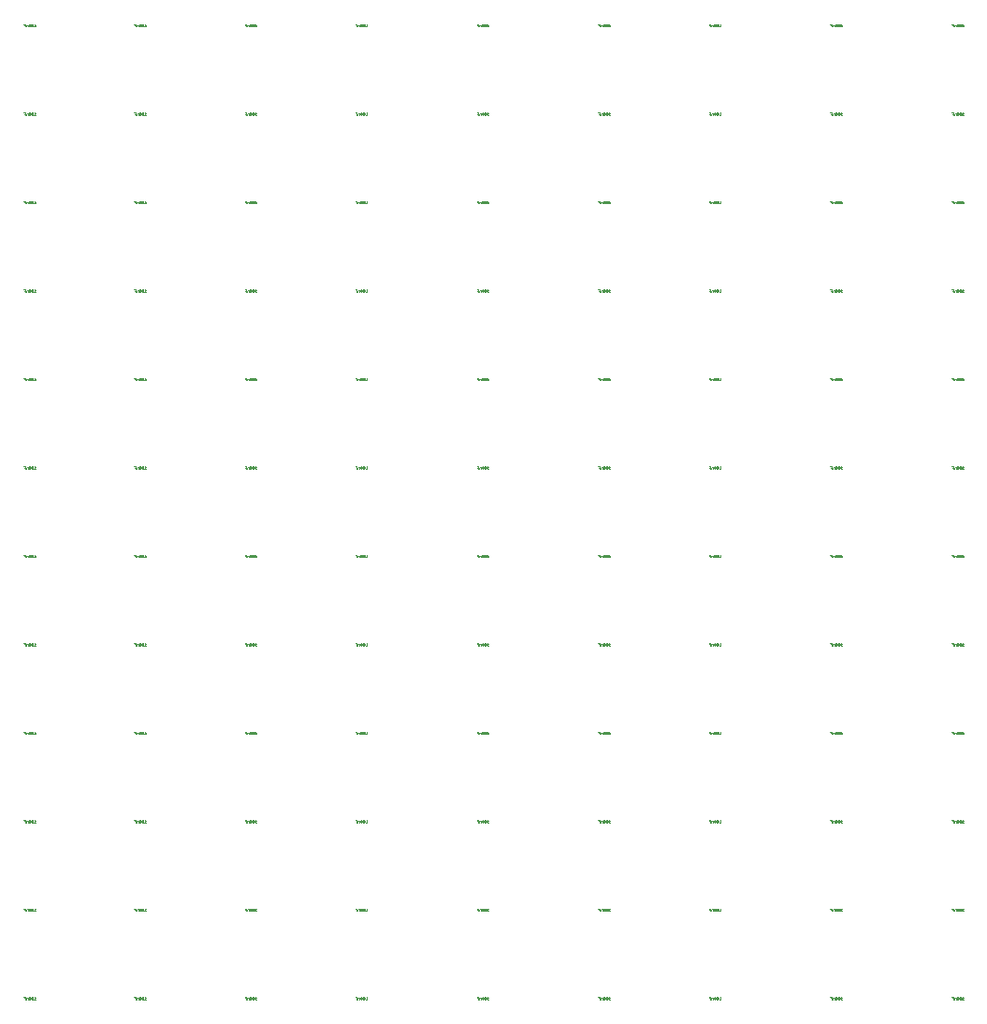
<source format=gbo>
G75*
%MOIN*%
%OFA0B0*%
%FSLAX25Y25*%
%IPPOS*%
%LPD*%
%AMOC8*
5,1,8,0,0,1.08239X$1,22.5*
%
%ADD10C,0.00100*%
D10*
X0029260Y0029696D02*
X0029260Y0030597D01*
X0028659Y0030597D01*
X0028960Y0030147D02*
X0029260Y0030147D01*
X0029580Y0030147D02*
X0029580Y0029696D01*
X0029580Y0030147D02*
X0029730Y0030297D01*
X0030181Y0030297D01*
X0030181Y0029696D01*
X0030501Y0029847D02*
X0030651Y0029696D01*
X0030951Y0029696D01*
X0031101Y0029847D01*
X0030501Y0030447D01*
X0030501Y0029847D01*
X0030501Y0030447D02*
X0030651Y0030597D01*
X0030951Y0030597D01*
X0031101Y0030447D01*
X0031101Y0029847D01*
X0031422Y0029847D02*
X0031572Y0029696D01*
X0031872Y0029696D01*
X0032022Y0029847D01*
X0031422Y0030447D01*
X0031422Y0029847D01*
X0031422Y0030447D02*
X0031572Y0030597D01*
X0031872Y0030597D01*
X0032022Y0030447D01*
X0032022Y0029847D01*
X0032342Y0029696D02*
X0032943Y0029696D01*
X0032643Y0029696D02*
X0032643Y0030597D01*
X0032943Y0030297D01*
X0032943Y0061193D02*
X0032342Y0061193D01*
X0032643Y0061193D02*
X0032643Y0062093D01*
X0032943Y0061793D01*
X0032022Y0061943D02*
X0031872Y0062093D01*
X0031572Y0062093D01*
X0031422Y0061943D01*
X0032022Y0061343D01*
X0031872Y0061193D01*
X0031572Y0061193D01*
X0031422Y0061343D01*
X0031422Y0061943D01*
X0031101Y0061943D02*
X0030951Y0062093D01*
X0030651Y0062093D01*
X0030501Y0061943D01*
X0031101Y0061343D01*
X0030951Y0061193D01*
X0030651Y0061193D01*
X0030501Y0061343D01*
X0030501Y0061943D01*
X0030181Y0061793D02*
X0029730Y0061793D01*
X0029580Y0061643D01*
X0029580Y0061193D01*
X0029260Y0061193D02*
X0029260Y0062093D01*
X0028659Y0062093D01*
X0028960Y0061643D02*
X0029260Y0061643D01*
X0030181Y0061793D02*
X0030181Y0061193D01*
X0031101Y0061343D02*
X0031101Y0061943D01*
X0032022Y0061943D02*
X0032022Y0061343D01*
X0031872Y0092689D02*
X0031572Y0092689D01*
X0031422Y0092839D01*
X0031422Y0093439D01*
X0032022Y0092839D01*
X0031872Y0092689D01*
X0032022Y0092839D02*
X0032022Y0093439D01*
X0031872Y0093589D01*
X0031572Y0093589D01*
X0031422Y0093439D01*
X0031101Y0093439D02*
X0030951Y0093589D01*
X0030651Y0093589D01*
X0030501Y0093439D01*
X0031101Y0092839D01*
X0030951Y0092689D01*
X0030651Y0092689D01*
X0030501Y0092839D01*
X0030501Y0093439D01*
X0030181Y0093289D02*
X0029730Y0093289D01*
X0029580Y0093139D01*
X0029580Y0092689D01*
X0029260Y0092689D02*
X0029260Y0093589D01*
X0028659Y0093589D01*
X0028960Y0093139D02*
X0029260Y0093139D01*
X0030181Y0093289D02*
X0030181Y0092689D01*
X0031101Y0092839D02*
X0031101Y0093439D01*
X0032342Y0092689D02*
X0032943Y0092689D01*
X0032643Y0092689D02*
X0032643Y0093589D01*
X0032943Y0093289D01*
X0032943Y0124185D02*
X0032342Y0124185D01*
X0032643Y0124185D02*
X0032643Y0125085D01*
X0032943Y0124785D01*
X0032022Y0124935D02*
X0031872Y0125085D01*
X0031572Y0125085D01*
X0031422Y0124935D01*
X0032022Y0124335D01*
X0031872Y0124185D01*
X0031572Y0124185D01*
X0031422Y0124335D01*
X0031422Y0124935D01*
X0031101Y0124935D02*
X0030951Y0125085D01*
X0030651Y0125085D01*
X0030501Y0124935D01*
X0031101Y0124335D01*
X0030951Y0124185D01*
X0030651Y0124185D01*
X0030501Y0124335D01*
X0030501Y0124935D01*
X0030181Y0124785D02*
X0029730Y0124785D01*
X0029580Y0124635D01*
X0029580Y0124185D01*
X0029260Y0124185D02*
X0029260Y0125085D01*
X0028659Y0125085D01*
X0028960Y0124635D02*
X0029260Y0124635D01*
X0030181Y0124785D02*
X0030181Y0124185D01*
X0031101Y0124335D02*
X0031101Y0124935D01*
X0032022Y0124935D02*
X0032022Y0124335D01*
X0031872Y0155681D02*
X0031572Y0155681D01*
X0031422Y0155831D01*
X0031422Y0156431D01*
X0032022Y0155831D01*
X0031872Y0155681D01*
X0032022Y0155831D02*
X0032022Y0156431D01*
X0031872Y0156581D01*
X0031572Y0156581D01*
X0031422Y0156431D01*
X0031101Y0156431D02*
X0030951Y0156581D01*
X0030651Y0156581D01*
X0030501Y0156431D01*
X0031101Y0155831D01*
X0030951Y0155681D01*
X0030651Y0155681D01*
X0030501Y0155831D01*
X0030501Y0156431D01*
X0030181Y0156281D02*
X0029730Y0156281D01*
X0029580Y0156131D01*
X0029580Y0155681D01*
X0029260Y0155681D02*
X0029260Y0156581D01*
X0028659Y0156581D01*
X0028960Y0156131D02*
X0029260Y0156131D01*
X0030181Y0156281D02*
X0030181Y0155681D01*
X0031101Y0155831D02*
X0031101Y0156431D01*
X0032342Y0155681D02*
X0032943Y0155681D01*
X0032643Y0155681D02*
X0032643Y0156581D01*
X0032943Y0156281D01*
X0032943Y0187177D02*
X0032342Y0187177D01*
X0032643Y0187177D02*
X0032643Y0188078D01*
X0032943Y0187777D01*
X0032022Y0187927D02*
X0031872Y0188078D01*
X0031572Y0188078D01*
X0031422Y0187927D01*
X0032022Y0187327D01*
X0031872Y0187177D01*
X0031572Y0187177D01*
X0031422Y0187327D01*
X0031422Y0187927D01*
X0031101Y0187927D02*
X0030951Y0188078D01*
X0030651Y0188078D01*
X0030501Y0187927D01*
X0031101Y0187327D01*
X0030951Y0187177D01*
X0030651Y0187177D01*
X0030501Y0187327D01*
X0030501Y0187927D01*
X0030181Y0187777D02*
X0029730Y0187777D01*
X0029580Y0187627D01*
X0029580Y0187177D01*
X0029260Y0187177D02*
X0029260Y0188078D01*
X0028659Y0188078D01*
X0028960Y0187627D02*
X0029260Y0187627D01*
X0030181Y0187777D02*
X0030181Y0187177D01*
X0031101Y0187327D02*
X0031101Y0187927D01*
X0032022Y0187927D02*
X0032022Y0187327D01*
X0031872Y0218673D02*
X0031572Y0218673D01*
X0031422Y0218823D01*
X0031422Y0219423D01*
X0032022Y0218823D01*
X0031872Y0218673D01*
X0032022Y0218823D02*
X0032022Y0219423D01*
X0031872Y0219574D01*
X0031572Y0219574D01*
X0031422Y0219423D01*
X0031101Y0219423D02*
X0030951Y0219574D01*
X0030651Y0219574D01*
X0030501Y0219423D01*
X0031101Y0218823D01*
X0030951Y0218673D01*
X0030651Y0218673D01*
X0030501Y0218823D01*
X0030501Y0219423D01*
X0030181Y0219273D02*
X0029730Y0219273D01*
X0029580Y0219123D01*
X0029580Y0218673D01*
X0029260Y0218673D02*
X0029260Y0219574D01*
X0028659Y0219574D01*
X0028960Y0219123D02*
X0029260Y0219123D01*
X0030181Y0219273D02*
X0030181Y0218673D01*
X0031101Y0218823D02*
X0031101Y0219423D01*
X0032342Y0218673D02*
X0032943Y0218673D01*
X0032643Y0218673D02*
X0032643Y0219574D01*
X0032943Y0219273D01*
X0032943Y0250169D02*
X0032342Y0250169D01*
X0032643Y0250169D02*
X0032643Y0251070D01*
X0032943Y0250769D01*
X0032022Y0250920D02*
X0031872Y0251070D01*
X0031572Y0251070D01*
X0031422Y0250920D01*
X0032022Y0250319D01*
X0031872Y0250169D01*
X0031572Y0250169D01*
X0031422Y0250319D01*
X0031422Y0250920D01*
X0031101Y0250920D02*
X0030951Y0251070D01*
X0030651Y0251070D01*
X0030501Y0250920D01*
X0031101Y0250319D01*
X0030951Y0250169D01*
X0030651Y0250169D01*
X0030501Y0250319D01*
X0030501Y0250920D01*
X0030181Y0250769D02*
X0029730Y0250769D01*
X0029580Y0250619D01*
X0029580Y0250169D01*
X0029260Y0250169D02*
X0029260Y0251070D01*
X0028659Y0251070D01*
X0028960Y0250619D02*
X0029260Y0250619D01*
X0030181Y0250769D02*
X0030181Y0250169D01*
X0031101Y0250319D02*
X0031101Y0250920D01*
X0032022Y0250920D02*
X0032022Y0250319D01*
X0031872Y0281665D02*
X0031572Y0281665D01*
X0031422Y0281815D01*
X0031422Y0282416D01*
X0032022Y0281815D01*
X0031872Y0281665D01*
X0032022Y0281815D02*
X0032022Y0282416D01*
X0031872Y0282566D01*
X0031572Y0282566D01*
X0031422Y0282416D01*
X0031101Y0282416D02*
X0030951Y0282566D01*
X0030651Y0282566D01*
X0030501Y0282416D01*
X0031101Y0281815D01*
X0030951Y0281665D01*
X0030651Y0281665D01*
X0030501Y0281815D01*
X0030501Y0282416D01*
X0030181Y0282265D02*
X0029730Y0282265D01*
X0029580Y0282115D01*
X0029580Y0281665D01*
X0029260Y0281665D02*
X0029260Y0282566D01*
X0028659Y0282566D01*
X0028960Y0282115D02*
X0029260Y0282115D01*
X0030181Y0282265D02*
X0030181Y0281665D01*
X0031101Y0281815D02*
X0031101Y0282416D01*
X0032342Y0281665D02*
X0032943Y0281665D01*
X0032643Y0281665D02*
X0032643Y0282566D01*
X0032943Y0282265D01*
X0032943Y0313161D02*
X0032342Y0313161D01*
X0032643Y0313161D02*
X0032643Y0314062D01*
X0032943Y0313762D01*
X0032022Y0313912D02*
X0031872Y0314062D01*
X0031572Y0314062D01*
X0031422Y0313912D01*
X0032022Y0313311D01*
X0031872Y0313161D01*
X0031572Y0313161D01*
X0031422Y0313311D01*
X0031422Y0313912D01*
X0031101Y0313912D02*
X0030951Y0314062D01*
X0030651Y0314062D01*
X0030501Y0313912D01*
X0031101Y0313311D01*
X0030951Y0313161D01*
X0030651Y0313161D01*
X0030501Y0313311D01*
X0030501Y0313912D01*
X0030181Y0313762D02*
X0029730Y0313762D01*
X0029580Y0313611D01*
X0029580Y0313161D01*
X0029260Y0313161D02*
X0029260Y0314062D01*
X0028659Y0314062D01*
X0028960Y0313611D02*
X0029260Y0313611D01*
X0030181Y0313762D02*
X0030181Y0313161D01*
X0031101Y0313311D02*
X0031101Y0313912D01*
X0032022Y0313912D02*
X0032022Y0313311D01*
X0031872Y0344657D02*
X0031572Y0344657D01*
X0031422Y0344807D01*
X0031422Y0345408D01*
X0032022Y0344807D01*
X0031872Y0344657D01*
X0032022Y0344807D02*
X0032022Y0345408D01*
X0031872Y0345558D01*
X0031572Y0345558D01*
X0031422Y0345408D01*
X0031101Y0345408D02*
X0030951Y0345558D01*
X0030651Y0345558D01*
X0030501Y0345408D01*
X0031101Y0344807D01*
X0030951Y0344657D01*
X0030651Y0344657D01*
X0030501Y0344807D01*
X0030501Y0345408D01*
X0030181Y0345258D02*
X0029730Y0345258D01*
X0029580Y0345107D01*
X0029580Y0344657D01*
X0029260Y0344657D02*
X0029260Y0345558D01*
X0028659Y0345558D01*
X0028960Y0345107D02*
X0029260Y0345107D01*
X0030181Y0345258D02*
X0030181Y0344657D01*
X0031101Y0344807D02*
X0031101Y0345408D01*
X0032342Y0344657D02*
X0032943Y0344657D01*
X0032643Y0344657D02*
X0032643Y0345558D01*
X0032943Y0345258D01*
X0032943Y0376153D02*
X0032342Y0376153D01*
X0032643Y0376153D02*
X0032643Y0377054D01*
X0032943Y0376754D01*
X0032022Y0376904D02*
X0031872Y0377054D01*
X0031572Y0377054D01*
X0031422Y0376904D01*
X0032022Y0376303D01*
X0031872Y0376153D01*
X0031572Y0376153D01*
X0031422Y0376303D01*
X0031422Y0376904D01*
X0031101Y0376904D02*
X0030951Y0377054D01*
X0030651Y0377054D01*
X0030501Y0376904D01*
X0031101Y0376303D01*
X0030951Y0376153D01*
X0030651Y0376153D01*
X0030501Y0376303D01*
X0030501Y0376904D01*
X0030181Y0376754D02*
X0029730Y0376754D01*
X0029580Y0376604D01*
X0029580Y0376153D01*
X0029260Y0376153D02*
X0029260Y0377054D01*
X0028659Y0377054D01*
X0028960Y0376604D02*
X0029260Y0376604D01*
X0030181Y0376754D02*
X0030181Y0376153D01*
X0031101Y0376303D02*
X0031101Y0376904D01*
X0032022Y0376904D02*
X0032022Y0376303D01*
X0068029Y0377054D02*
X0068630Y0377054D01*
X0068630Y0376153D01*
X0068950Y0376153D02*
X0068950Y0376604D01*
X0069100Y0376754D01*
X0069551Y0376754D01*
X0069551Y0376153D01*
X0069871Y0376303D02*
X0070021Y0376153D01*
X0070321Y0376153D01*
X0070471Y0376303D01*
X0069871Y0376904D01*
X0069871Y0376303D01*
X0070471Y0376303D02*
X0070471Y0376904D01*
X0070321Y0377054D01*
X0070021Y0377054D01*
X0069871Y0376904D01*
X0070792Y0376904D02*
X0071392Y0376303D01*
X0071242Y0376153D01*
X0070942Y0376153D01*
X0070792Y0376303D01*
X0070792Y0376904D01*
X0070942Y0377054D01*
X0071242Y0377054D01*
X0071392Y0376904D01*
X0071392Y0376303D01*
X0071712Y0376153D02*
X0072313Y0376153D01*
X0072013Y0376153D02*
X0072013Y0377054D01*
X0072313Y0376754D01*
X0068630Y0376604D02*
X0068330Y0376604D01*
X0068630Y0345558D02*
X0068029Y0345558D01*
X0068330Y0345107D02*
X0068630Y0345107D01*
X0068950Y0345107D02*
X0068950Y0344657D01*
X0068630Y0344657D02*
X0068630Y0345558D01*
X0068950Y0345107D02*
X0069100Y0345258D01*
X0069551Y0345258D01*
X0069551Y0344657D01*
X0069871Y0344807D02*
X0070021Y0344657D01*
X0070321Y0344657D01*
X0070471Y0344807D01*
X0069871Y0345408D01*
X0069871Y0344807D01*
X0070471Y0344807D02*
X0070471Y0345408D01*
X0070321Y0345558D01*
X0070021Y0345558D01*
X0069871Y0345408D01*
X0070792Y0345408D02*
X0071392Y0344807D01*
X0071242Y0344657D01*
X0070942Y0344657D01*
X0070792Y0344807D01*
X0070792Y0345408D01*
X0070942Y0345558D01*
X0071242Y0345558D01*
X0071392Y0345408D01*
X0071392Y0344807D01*
X0071712Y0344657D02*
X0072313Y0344657D01*
X0072013Y0344657D02*
X0072013Y0345558D01*
X0072313Y0345258D01*
X0072013Y0314062D02*
X0072013Y0313161D01*
X0072313Y0313161D02*
X0071712Y0313161D01*
X0071392Y0313311D02*
X0070792Y0313912D01*
X0070792Y0313311D01*
X0070942Y0313161D01*
X0071242Y0313161D01*
X0071392Y0313311D01*
X0071392Y0313912D01*
X0071242Y0314062D01*
X0070942Y0314062D01*
X0070792Y0313912D01*
X0070471Y0313912D02*
X0070321Y0314062D01*
X0070021Y0314062D01*
X0069871Y0313912D01*
X0070471Y0313311D01*
X0070321Y0313161D01*
X0070021Y0313161D01*
X0069871Y0313311D01*
X0069871Y0313912D01*
X0069551Y0313762D02*
X0069100Y0313762D01*
X0068950Y0313611D01*
X0068950Y0313161D01*
X0068630Y0313161D02*
X0068630Y0314062D01*
X0068029Y0314062D01*
X0068330Y0313611D02*
X0068630Y0313611D01*
X0069551Y0313762D02*
X0069551Y0313161D01*
X0070471Y0313311D02*
X0070471Y0313912D01*
X0072013Y0314062D02*
X0072313Y0313762D01*
X0072013Y0282566D02*
X0072013Y0281665D01*
X0072313Y0281665D02*
X0071712Y0281665D01*
X0071392Y0281815D02*
X0070792Y0282416D01*
X0070792Y0281815D01*
X0070942Y0281665D01*
X0071242Y0281665D01*
X0071392Y0281815D01*
X0071392Y0282416D01*
X0071242Y0282566D01*
X0070942Y0282566D01*
X0070792Y0282416D01*
X0070471Y0282416D02*
X0070321Y0282566D01*
X0070021Y0282566D01*
X0069871Y0282416D01*
X0070471Y0281815D01*
X0070321Y0281665D01*
X0070021Y0281665D01*
X0069871Y0281815D01*
X0069871Y0282416D01*
X0069551Y0282265D02*
X0069100Y0282265D01*
X0068950Y0282115D01*
X0068950Y0281665D01*
X0068630Y0281665D02*
X0068630Y0282566D01*
X0068029Y0282566D01*
X0068330Y0282115D02*
X0068630Y0282115D01*
X0069551Y0282265D02*
X0069551Y0281665D01*
X0070471Y0281815D02*
X0070471Y0282416D01*
X0072013Y0282566D02*
X0072313Y0282265D01*
X0072013Y0251070D02*
X0072013Y0250169D01*
X0072313Y0250169D02*
X0071712Y0250169D01*
X0071392Y0250319D02*
X0070792Y0250920D01*
X0070792Y0250319D01*
X0070942Y0250169D01*
X0071242Y0250169D01*
X0071392Y0250319D01*
X0071392Y0250920D01*
X0071242Y0251070D01*
X0070942Y0251070D01*
X0070792Y0250920D01*
X0070471Y0250920D02*
X0070321Y0251070D01*
X0070021Y0251070D01*
X0069871Y0250920D01*
X0070471Y0250319D01*
X0070321Y0250169D01*
X0070021Y0250169D01*
X0069871Y0250319D01*
X0069871Y0250920D01*
X0069551Y0250769D02*
X0069100Y0250769D01*
X0068950Y0250619D01*
X0068950Y0250169D01*
X0068630Y0250169D02*
X0068630Y0251070D01*
X0068029Y0251070D01*
X0068330Y0250619D02*
X0068630Y0250619D01*
X0069551Y0250769D02*
X0069551Y0250169D01*
X0070471Y0250319D02*
X0070471Y0250920D01*
X0072013Y0251070D02*
X0072313Y0250769D01*
X0072013Y0219574D02*
X0072013Y0218673D01*
X0072313Y0218673D02*
X0071712Y0218673D01*
X0071392Y0218823D02*
X0070792Y0219423D01*
X0070792Y0218823D01*
X0070942Y0218673D01*
X0071242Y0218673D01*
X0071392Y0218823D01*
X0071392Y0219423D01*
X0071242Y0219574D01*
X0070942Y0219574D01*
X0070792Y0219423D01*
X0070471Y0219423D02*
X0070321Y0219574D01*
X0070021Y0219574D01*
X0069871Y0219423D01*
X0070471Y0218823D01*
X0070321Y0218673D01*
X0070021Y0218673D01*
X0069871Y0218823D01*
X0069871Y0219423D01*
X0069551Y0219273D02*
X0069100Y0219273D01*
X0068950Y0219123D01*
X0068950Y0218673D01*
X0068630Y0218673D02*
X0068630Y0219574D01*
X0068029Y0219574D01*
X0068330Y0219123D02*
X0068630Y0219123D01*
X0069551Y0219273D02*
X0069551Y0218673D01*
X0070471Y0218823D02*
X0070471Y0219423D01*
X0072013Y0219574D02*
X0072313Y0219273D01*
X0072013Y0188078D02*
X0072013Y0187177D01*
X0072313Y0187177D02*
X0071712Y0187177D01*
X0071392Y0187327D02*
X0070792Y0187927D01*
X0070792Y0187327D01*
X0070942Y0187177D01*
X0071242Y0187177D01*
X0071392Y0187327D01*
X0071392Y0187927D01*
X0071242Y0188078D01*
X0070942Y0188078D01*
X0070792Y0187927D01*
X0070471Y0187927D02*
X0070321Y0188078D01*
X0070021Y0188078D01*
X0069871Y0187927D01*
X0070471Y0187327D01*
X0070321Y0187177D01*
X0070021Y0187177D01*
X0069871Y0187327D01*
X0069871Y0187927D01*
X0069551Y0187777D02*
X0069100Y0187777D01*
X0068950Y0187627D01*
X0068950Y0187177D01*
X0068630Y0187177D02*
X0068630Y0188078D01*
X0068029Y0188078D01*
X0068330Y0187627D02*
X0068630Y0187627D01*
X0069551Y0187777D02*
X0069551Y0187177D01*
X0070471Y0187327D02*
X0070471Y0187927D01*
X0072013Y0188078D02*
X0072313Y0187777D01*
X0072013Y0156581D02*
X0072013Y0155681D01*
X0072313Y0155681D02*
X0071712Y0155681D01*
X0071392Y0155831D02*
X0070792Y0156431D01*
X0070792Y0155831D01*
X0070942Y0155681D01*
X0071242Y0155681D01*
X0071392Y0155831D01*
X0071392Y0156431D01*
X0071242Y0156581D01*
X0070942Y0156581D01*
X0070792Y0156431D01*
X0070471Y0156431D02*
X0070321Y0156581D01*
X0070021Y0156581D01*
X0069871Y0156431D01*
X0070471Y0155831D01*
X0070321Y0155681D01*
X0070021Y0155681D01*
X0069871Y0155831D01*
X0069871Y0156431D01*
X0069551Y0156281D02*
X0069100Y0156281D01*
X0068950Y0156131D01*
X0068950Y0155681D01*
X0068630Y0155681D02*
X0068630Y0156581D01*
X0068029Y0156581D01*
X0068330Y0156131D02*
X0068630Y0156131D01*
X0069551Y0156281D02*
X0069551Y0155681D01*
X0070471Y0155831D02*
X0070471Y0156431D01*
X0072013Y0156581D02*
X0072313Y0156281D01*
X0072013Y0125085D02*
X0072013Y0124185D01*
X0072313Y0124185D02*
X0071712Y0124185D01*
X0071392Y0124335D02*
X0070792Y0124935D01*
X0070792Y0124335D01*
X0070942Y0124185D01*
X0071242Y0124185D01*
X0071392Y0124335D01*
X0071392Y0124935D01*
X0071242Y0125085D01*
X0070942Y0125085D01*
X0070792Y0124935D01*
X0070471Y0124935D02*
X0070321Y0125085D01*
X0070021Y0125085D01*
X0069871Y0124935D01*
X0070471Y0124335D01*
X0070321Y0124185D01*
X0070021Y0124185D01*
X0069871Y0124335D01*
X0069871Y0124935D01*
X0069551Y0124785D02*
X0069100Y0124785D01*
X0068950Y0124635D01*
X0068950Y0124185D01*
X0068630Y0124185D02*
X0068630Y0125085D01*
X0068029Y0125085D01*
X0068330Y0124635D02*
X0068630Y0124635D01*
X0069551Y0124785D02*
X0069551Y0124185D01*
X0070471Y0124335D02*
X0070471Y0124935D01*
X0072013Y0125085D02*
X0072313Y0124785D01*
X0072013Y0093589D02*
X0072013Y0092689D01*
X0072313Y0092689D02*
X0071712Y0092689D01*
X0071392Y0092839D02*
X0070792Y0093439D01*
X0070792Y0092839D01*
X0070942Y0092689D01*
X0071242Y0092689D01*
X0071392Y0092839D01*
X0071392Y0093439D01*
X0071242Y0093589D01*
X0070942Y0093589D01*
X0070792Y0093439D01*
X0070471Y0093439D02*
X0070321Y0093589D01*
X0070021Y0093589D01*
X0069871Y0093439D01*
X0070471Y0092839D01*
X0070321Y0092689D01*
X0070021Y0092689D01*
X0069871Y0092839D01*
X0069871Y0093439D01*
X0069551Y0093289D02*
X0069100Y0093289D01*
X0068950Y0093139D01*
X0068950Y0092689D01*
X0068630Y0092689D02*
X0068630Y0093589D01*
X0068029Y0093589D01*
X0068330Y0093139D02*
X0068630Y0093139D01*
X0069551Y0093289D02*
X0069551Y0092689D01*
X0070471Y0092839D02*
X0070471Y0093439D01*
X0072013Y0093589D02*
X0072313Y0093289D01*
X0072013Y0062093D02*
X0072013Y0061193D01*
X0072313Y0061193D02*
X0071712Y0061193D01*
X0071392Y0061343D02*
X0070792Y0061943D01*
X0070792Y0061343D01*
X0070942Y0061193D01*
X0071242Y0061193D01*
X0071392Y0061343D01*
X0071392Y0061943D01*
X0071242Y0062093D01*
X0070942Y0062093D01*
X0070792Y0061943D01*
X0070471Y0061943D02*
X0070321Y0062093D01*
X0070021Y0062093D01*
X0069871Y0061943D01*
X0070471Y0061343D01*
X0070321Y0061193D01*
X0070021Y0061193D01*
X0069871Y0061343D01*
X0069871Y0061943D01*
X0069551Y0061793D02*
X0069100Y0061793D01*
X0068950Y0061643D01*
X0068950Y0061193D01*
X0068630Y0061193D02*
X0068630Y0062093D01*
X0068029Y0062093D01*
X0068330Y0061643D02*
X0068630Y0061643D01*
X0069551Y0061793D02*
X0069551Y0061193D01*
X0070471Y0061343D02*
X0070471Y0061943D01*
X0072013Y0062093D02*
X0072313Y0061793D01*
X0072013Y0030597D02*
X0072013Y0029696D01*
X0072313Y0029696D02*
X0071712Y0029696D01*
X0071392Y0029847D02*
X0070792Y0030447D01*
X0070792Y0029847D01*
X0070942Y0029696D01*
X0071242Y0029696D01*
X0071392Y0029847D01*
X0071392Y0030447D01*
X0071242Y0030597D01*
X0070942Y0030597D01*
X0070792Y0030447D01*
X0070471Y0030447D02*
X0070321Y0030597D01*
X0070021Y0030597D01*
X0069871Y0030447D01*
X0070471Y0029847D01*
X0070321Y0029696D01*
X0070021Y0029696D01*
X0069871Y0029847D01*
X0069871Y0030447D01*
X0069551Y0030297D02*
X0069100Y0030297D01*
X0068950Y0030147D01*
X0068950Y0029696D01*
X0068630Y0029696D02*
X0068630Y0030597D01*
X0068029Y0030597D01*
X0068330Y0030147D02*
X0068630Y0030147D01*
X0069551Y0030297D02*
X0069551Y0029696D01*
X0070471Y0029847D02*
X0070471Y0030447D01*
X0072013Y0030597D02*
X0072313Y0030297D01*
X0107399Y0030597D02*
X0108000Y0030597D01*
X0108000Y0029696D01*
X0108320Y0029696D02*
X0108320Y0030147D01*
X0108470Y0030297D01*
X0108921Y0030297D01*
X0108921Y0029696D01*
X0109241Y0029847D02*
X0109391Y0029696D01*
X0109691Y0029696D01*
X0109842Y0029847D01*
X0109241Y0030447D01*
X0109241Y0029847D01*
X0109241Y0030447D02*
X0109391Y0030597D01*
X0109691Y0030597D01*
X0109842Y0030447D01*
X0109842Y0029847D01*
X0110162Y0029847D02*
X0110312Y0029696D01*
X0110612Y0029696D01*
X0110762Y0029847D01*
X0110162Y0030447D01*
X0110162Y0029847D01*
X0110162Y0030447D02*
X0110312Y0030597D01*
X0110612Y0030597D01*
X0110762Y0030447D01*
X0110762Y0029847D01*
X0111083Y0029696D02*
X0111683Y0029696D01*
X0111383Y0029696D02*
X0111383Y0030597D01*
X0111683Y0030297D01*
X0108000Y0030147D02*
X0107700Y0030147D01*
X0108000Y0061193D02*
X0108000Y0062093D01*
X0107399Y0062093D01*
X0107700Y0061643D02*
X0108000Y0061643D01*
X0108320Y0061643D02*
X0108320Y0061193D01*
X0108320Y0061643D02*
X0108470Y0061793D01*
X0108921Y0061793D01*
X0108921Y0061193D01*
X0109241Y0061343D02*
X0109391Y0061193D01*
X0109691Y0061193D01*
X0109842Y0061343D01*
X0109241Y0061943D01*
X0109241Y0061343D01*
X0109241Y0061943D02*
X0109391Y0062093D01*
X0109691Y0062093D01*
X0109842Y0061943D01*
X0109842Y0061343D01*
X0110162Y0061343D02*
X0110312Y0061193D01*
X0110612Y0061193D01*
X0110762Y0061343D01*
X0110162Y0061943D01*
X0110162Y0061343D01*
X0110162Y0061943D02*
X0110312Y0062093D01*
X0110612Y0062093D01*
X0110762Y0061943D01*
X0110762Y0061343D01*
X0111083Y0061193D02*
X0111683Y0061193D01*
X0111383Y0061193D02*
X0111383Y0062093D01*
X0111683Y0061793D01*
X0111683Y0092689D02*
X0111083Y0092689D01*
X0111383Y0092689D02*
X0111383Y0093589D01*
X0111683Y0093289D01*
X0110762Y0093439D02*
X0110612Y0093589D01*
X0110312Y0093589D01*
X0110162Y0093439D01*
X0110762Y0092839D01*
X0110612Y0092689D01*
X0110312Y0092689D01*
X0110162Y0092839D01*
X0110162Y0093439D01*
X0109842Y0093439D02*
X0109691Y0093589D01*
X0109391Y0093589D01*
X0109241Y0093439D01*
X0109842Y0092839D01*
X0109691Y0092689D01*
X0109391Y0092689D01*
X0109241Y0092839D01*
X0109241Y0093439D01*
X0108921Y0093289D02*
X0108470Y0093289D01*
X0108320Y0093139D01*
X0108320Y0092689D01*
X0108000Y0092689D02*
X0108000Y0093589D01*
X0107399Y0093589D01*
X0107700Y0093139D02*
X0108000Y0093139D01*
X0108921Y0093289D02*
X0108921Y0092689D01*
X0109842Y0092839D02*
X0109842Y0093439D01*
X0110762Y0093439D02*
X0110762Y0092839D01*
X0110612Y0124185D02*
X0110762Y0124335D01*
X0110162Y0124935D01*
X0110162Y0124335D01*
X0110312Y0124185D01*
X0110612Y0124185D01*
X0110762Y0124335D02*
X0110762Y0124935D01*
X0110612Y0125085D01*
X0110312Y0125085D01*
X0110162Y0124935D01*
X0109842Y0124935D02*
X0109691Y0125085D01*
X0109391Y0125085D01*
X0109241Y0124935D01*
X0109842Y0124335D01*
X0109691Y0124185D01*
X0109391Y0124185D01*
X0109241Y0124335D01*
X0109241Y0124935D01*
X0108921Y0124785D02*
X0108470Y0124785D01*
X0108320Y0124635D01*
X0108320Y0124185D01*
X0108000Y0124185D02*
X0108000Y0125085D01*
X0107399Y0125085D01*
X0107700Y0124635D02*
X0108000Y0124635D01*
X0108921Y0124785D02*
X0108921Y0124185D01*
X0109842Y0124335D02*
X0109842Y0124935D01*
X0111083Y0124185D02*
X0111683Y0124185D01*
X0111383Y0124185D02*
X0111383Y0125085D01*
X0111683Y0124785D01*
X0111683Y0155681D02*
X0111083Y0155681D01*
X0111383Y0155681D02*
X0111383Y0156581D01*
X0111683Y0156281D01*
X0110762Y0156431D02*
X0110612Y0156581D01*
X0110312Y0156581D01*
X0110162Y0156431D01*
X0110762Y0155831D01*
X0110612Y0155681D01*
X0110312Y0155681D01*
X0110162Y0155831D01*
X0110162Y0156431D01*
X0109842Y0156431D02*
X0109691Y0156581D01*
X0109391Y0156581D01*
X0109241Y0156431D01*
X0109842Y0155831D01*
X0109691Y0155681D01*
X0109391Y0155681D01*
X0109241Y0155831D01*
X0109241Y0156431D01*
X0108921Y0156281D02*
X0108470Y0156281D01*
X0108320Y0156131D01*
X0108320Y0155681D01*
X0108000Y0155681D02*
X0108000Y0156581D01*
X0107399Y0156581D01*
X0107700Y0156131D02*
X0108000Y0156131D01*
X0108921Y0156281D02*
X0108921Y0155681D01*
X0109842Y0155831D02*
X0109842Y0156431D01*
X0110762Y0156431D02*
X0110762Y0155831D01*
X0110612Y0187177D02*
X0110762Y0187327D01*
X0110162Y0187927D01*
X0110162Y0187327D01*
X0110312Y0187177D01*
X0110612Y0187177D01*
X0110762Y0187327D02*
X0110762Y0187927D01*
X0110612Y0188078D01*
X0110312Y0188078D01*
X0110162Y0187927D01*
X0109842Y0187927D02*
X0109691Y0188078D01*
X0109391Y0188078D01*
X0109241Y0187927D01*
X0109842Y0187327D01*
X0109691Y0187177D01*
X0109391Y0187177D01*
X0109241Y0187327D01*
X0109241Y0187927D01*
X0108921Y0187777D02*
X0108470Y0187777D01*
X0108320Y0187627D01*
X0108320Y0187177D01*
X0108000Y0187177D02*
X0108000Y0188078D01*
X0107399Y0188078D01*
X0107700Y0187627D02*
X0108000Y0187627D01*
X0108921Y0187777D02*
X0108921Y0187177D01*
X0109842Y0187327D02*
X0109842Y0187927D01*
X0111083Y0187177D02*
X0111683Y0187177D01*
X0111383Y0187177D02*
X0111383Y0188078D01*
X0111683Y0187777D01*
X0111683Y0218673D02*
X0111083Y0218673D01*
X0111383Y0218673D02*
X0111383Y0219574D01*
X0111683Y0219273D01*
X0110762Y0219423D02*
X0110612Y0219574D01*
X0110312Y0219574D01*
X0110162Y0219423D01*
X0110762Y0218823D01*
X0110612Y0218673D01*
X0110312Y0218673D01*
X0110162Y0218823D01*
X0110162Y0219423D01*
X0109842Y0219423D02*
X0109691Y0219574D01*
X0109391Y0219574D01*
X0109241Y0219423D01*
X0109842Y0218823D01*
X0109691Y0218673D01*
X0109391Y0218673D01*
X0109241Y0218823D01*
X0109241Y0219423D01*
X0108921Y0219273D02*
X0108470Y0219273D01*
X0108320Y0219123D01*
X0108320Y0218673D01*
X0108000Y0218673D02*
X0108000Y0219574D01*
X0107399Y0219574D01*
X0107700Y0219123D02*
X0108000Y0219123D01*
X0108921Y0219273D02*
X0108921Y0218673D01*
X0109842Y0218823D02*
X0109842Y0219423D01*
X0110762Y0219423D02*
X0110762Y0218823D01*
X0110612Y0250169D02*
X0110762Y0250319D01*
X0110162Y0250920D01*
X0110162Y0250319D01*
X0110312Y0250169D01*
X0110612Y0250169D01*
X0110762Y0250319D02*
X0110762Y0250920D01*
X0110612Y0251070D01*
X0110312Y0251070D01*
X0110162Y0250920D01*
X0109842Y0250920D02*
X0109691Y0251070D01*
X0109391Y0251070D01*
X0109241Y0250920D01*
X0109842Y0250319D01*
X0109691Y0250169D01*
X0109391Y0250169D01*
X0109241Y0250319D01*
X0109241Y0250920D01*
X0108921Y0250769D02*
X0108470Y0250769D01*
X0108320Y0250619D01*
X0108320Y0250169D01*
X0108000Y0250169D02*
X0108000Y0251070D01*
X0107399Y0251070D01*
X0107700Y0250619D02*
X0108000Y0250619D01*
X0108921Y0250769D02*
X0108921Y0250169D01*
X0109842Y0250319D02*
X0109842Y0250920D01*
X0111083Y0250169D02*
X0111683Y0250169D01*
X0111383Y0250169D02*
X0111383Y0251070D01*
X0111683Y0250769D01*
X0111683Y0281665D02*
X0111083Y0281665D01*
X0111383Y0281665D02*
X0111383Y0282566D01*
X0111683Y0282265D01*
X0110762Y0282416D02*
X0110612Y0282566D01*
X0110312Y0282566D01*
X0110162Y0282416D01*
X0110762Y0281815D01*
X0110612Y0281665D01*
X0110312Y0281665D01*
X0110162Y0281815D01*
X0110162Y0282416D01*
X0109842Y0282416D02*
X0109691Y0282566D01*
X0109391Y0282566D01*
X0109241Y0282416D01*
X0109842Y0281815D01*
X0109691Y0281665D01*
X0109391Y0281665D01*
X0109241Y0281815D01*
X0109241Y0282416D01*
X0108921Y0282265D02*
X0108470Y0282265D01*
X0108320Y0282115D01*
X0108320Y0281665D01*
X0108000Y0281665D02*
X0108000Y0282566D01*
X0107399Y0282566D01*
X0107700Y0282115D02*
X0108000Y0282115D01*
X0108921Y0282265D02*
X0108921Y0281665D01*
X0109842Y0281815D02*
X0109842Y0282416D01*
X0110762Y0282416D02*
X0110762Y0281815D01*
X0110612Y0313161D02*
X0110762Y0313311D01*
X0110162Y0313912D01*
X0110162Y0313311D01*
X0110312Y0313161D01*
X0110612Y0313161D01*
X0110762Y0313311D02*
X0110762Y0313912D01*
X0110612Y0314062D01*
X0110312Y0314062D01*
X0110162Y0313912D01*
X0109842Y0313912D02*
X0109691Y0314062D01*
X0109391Y0314062D01*
X0109241Y0313912D01*
X0109842Y0313311D01*
X0109691Y0313161D01*
X0109391Y0313161D01*
X0109241Y0313311D01*
X0109241Y0313912D01*
X0108921Y0313762D02*
X0108470Y0313762D01*
X0108320Y0313611D01*
X0108320Y0313161D01*
X0108000Y0313161D02*
X0108000Y0314062D01*
X0107399Y0314062D01*
X0107700Y0313611D02*
X0108000Y0313611D01*
X0108921Y0313762D02*
X0108921Y0313161D01*
X0109842Y0313311D02*
X0109842Y0313912D01*
X0111083Y0313161D02*
X0111683Y0313161D01*
X0111383Y0313161D02*
X0111383Y0314062D01*
X0111683Y0313762D01*
X0111683Y0344657D02*
X0111083Y0344657D01*
X0111383Y0344657D02*
X0111383Y0345558D01*
X0111683Y0345258D01*
X0110762Y0345408D02*
X0110612Y0345558D01*
X0110312Y0345558D01*
X0110162Y0345408D01*
X0110762Y0344807D01*
X0110612Y0344657D01*
X0110312Y0344657D01*
X0110162Y0344807D01*
X0110162Y0345408D01*
X0109842Y0345408D02*
X0109691Y0345558D01*
X0109391Y0345558D01*
X0109241Y0345408D01*
X0109842Y0344807D01*
X0109691Y0344657D01*
X0109391Y0344657D01*
X0109241Y0344807D01*
X0109241Y0345408D01*
X0108921Y0345258D02*
X0108470Y0345258D01*
X0108320Y0345107D01*
X0108320Y0344657D01*
X0108000Y0344657D02*
X0108000Y0345558D01*
X0107399Y0345558D01*
X0107700Y0345107D02*
X0108000Y0345107D01*
X0108921Y0345258D02*
X0108921Y0344657D01*
X0109842Y0344807D02*
X0109842Y0345408D01*
X0110762Y0345408D02*
X0110762Y0344807D01*
X0110612Y0376153D02*
X0110762Y0376303D01*
X0110162Y0376904D01*
X0110162Y0376303D01*
X0110312Y0376153D01*
X0110612Y0376153D01*
X0110762Y0376303D02*
X0110762Y0376904D01*
X0110612Y0377054D01*
X0110312Y0377054D01*
X0110162Y0376904D01*
X0109842Y0376904D02*
X0109691Y0377054D01*
X0109391Y0377054D01*
X0109241Y0376904D01*
X0109842Y0376303D01*
X0109691Y0376153D01*
X0109391Y0376153D01*
X0109241Y0376303D01*
X0109241Y0376904D01*
X0108921Y0376754D02*
X0108470Y0376754D01*
X0108320Y0376604D01*
X0108320Y0376153D01*
X0108000Y0376153D02*
X0108000Y0377054D01*
X0107399Y0377054D01*
X0107700Y0376604D02*
X0108000Y0376604D01*
X0108921Y0376754D02*
X0108921Y0376153D01*
X0109842Y0376303D02*
X0109842Y0376904D01*
X0111083Y0376153D02*
X0111683Y0376153D01*
X0111383Y0376153D02*
X0111383Y0377054D01*
X0111683Y0376754D01*
X0146770Y0377054D02*
X0147370Y0377054D01*
X0147370Y0376153D01*
X0147690Y0376153D02*
X0147690Y0376604D01*
X0147840Y0376754D01*
X0148291Y0376754D01*
X0148291Y0376153D01*
X0148611Y0376303D02*
X0148761Y0376153D01*
X0149061Y0376153D01*
X0149212Y0376303D01*
X0148611Y0376904D01*
X0148611Y0376303D01*
X0149212Y0376303D02*
X0149212Y0376904D01*
X0149061Y0377054D01*
X0148761Y0377054D01*
X0148611Y0376904D01*
X0149532Y0376904D02*
X0150132Y0376303D01*
X0149982Y0376153D01*
X0149682Y0376153D01*
X0149532Y0376303D01*
X0149532Y0376904D01*
X0149682Y0377054D01*
X0149982Y0377054D01*
X0150132Y0376904D01*
X0150132Y0376303D01*
X0150453Y0376153D02*
X0151053Y0376153D01*
X0150753Y0376153D02*
X0150753Y0377054D01*
X0151053Y0376754D01*
X0147370Y0376604D02*
X0147070Y0376604D01*
X0147370Y0345558D02*
X0146770Y0345558D01*
X0147070Y0345107D02*
X0147370Y0345107D01*
X0147690Y0345107D02*
X0147690Y0344657D01*
X0147370Y0344657D02*
X0147370Y0345558D01*
X0147690Y0345107D02*
X0147840Y0345258D01*
X0148291Y0345258D01*
X0148291Y0344657D01*
X0148611Y0344807D02*
X0148761Y0344657D01*
X0149061Y0344657D01*
X0149212Y0344807D01*
X0148611Y0345408D01*
X0148611Y0344807D01*
X0149212Y0344807D02*
X0149212Y0345408D01*
X0149061Y0345558D01*
X0148761Y0345558D01*
X0148611Y0345408D01*
X0149532Y0345408D02*
X0150132Y0344807D01*
X0149982Y0344657D01*
X0149682Y0344657D01*
X0149532Y0344807D01*
X0149532Y0345408D01*
X0149682Y0345558D01*
X0149982Y0345558D01*
X0150132Y0345408D01*
X0150132Y0344807D01*
X0150453Y0344657D02*
X0151053Y0344657D01*
X0150753Y0344657D02*
X0150753Y0345558D01*
X0151053Y0345258D01*
X0150753Y0314062D02*
X0150753Y0313161D01*
X0151053Y0313161D02*
X0150453Y0313161D01*
X0150132Y0313311D02*
X0149532Y0313912D01*
X0149532Y0313311D01*
X0149682Y0313161D01*
X0149982Y0313161D01*
X0150132Y0313311D01*
X0150132Y0313912D01*
X0149982Y0314062D01*
X0149682Y0314062D01*
X0149532Y0313912D01*
X0149212Y0313912D02*
X0149061Y0314062D01*
X0148761Y0314062D01*
X0148611Y0313912D01*
X0149212Y0313311D01*
X0149061Y0313161D01*
X0148761Y0313161D01*
X0148611Y0313311D01*
X0148611Y0313912D01*
X0148291Y0313762D02*
X0147840Y0313762D01*
X0147690Y0313611D01*
X0147690Y0313161D01*
X0147370Y0313161D02*
X0147370Y0314062D01*
X0146770Y0314062D01*
X0147070Y0313611D02*
X0147370Y0313611D01*
X0148291Y0313762D02*
X0148291Y0313161D01*
X0149212Y0313311D02*
X0149212Y0313912D01*
X0150753Y0314062D02*
X0151053Y0313762D01*
X0150753Y0282566D02*
X0150753Y0281665D01*
X0151053Y0281665D02*
X0150453Y0281665D01*
X0150132Y0281815D02*
X0149532Y0282416D01*
X0149532Y0281815D01*
X0149682Y0281665D01*
X0149982Y0281665D01*
X0150132Y0281815D01*
X0150132Y0282416D01*
X0149982Y0282566D01*
X0149682Y0282566D01*
X0149532Y0282416D01*
X0149212Y0282416D02*
X0149061Y0282566D01*
X0148761Y0282566D01*
X0148611Y0282416D01*
X0149212Y0281815D01*
X0149061Y0281665D01*
X0148761Y0281665D01*
X0148611Y0281815D01*
X0148611Y0282416D01*
X0148291Y0282265D02*
X0147840Y0282265D01*
X0147690Y0282115D01*
X0147690Y0281665D01*
X0147370Y0281665D02*
X0147370Y0282566D01*
X0146770Y0282566D01*
X0147070Y0282115D02*
X0147370Y0282115D01*
X0148291Y0282265D02*
X0148291Y0281665D01*
X0149212Y0281815D02*
X0149212Y0282416D01*
X0150753Y0282566D02*
X0151053Y0282265D01*
X0150753Y0251070D02*
X0150753Y0250169D01*
X0151053Y0250169D02*
X0150453Y0250169D01*
X0150132Y0250319D02*
X0149532Y0250920D01*
X0149532Y0250319D01*
X0149682Y0250169D01*
X0149982Y0250169D01*
X0150132Y0250319D01*
X0150132Y0250920D01*
X0149982Y0251070D01*
X0149682Y0251070D01*
X0149532Y0250920D01*
X0149212Y0250920D02*
X0149061Y0251070D01*
X0148761Y0251070D01*
X0148611Y0250920D01*
X0149212Y0250319D01*
X0149061Y0250169D01*
X0148761Y0250169D01*
X0148611Y0250319D01*
X0148611Y0250920D01*
X0148291Y0250769D02*
X0147840Y0250769D01*
X0147690Y0250619D01*
X0147690Y0250169D01*
X0147370Y0250169D02*
X0147370Y0251070D01*
X0146770Y0251070D01*
X0147070Y0250619D02*
X0147370Y0250619D01*
X0148291Y0250769D02*
X0148291Y0250169D01*
X0149212Y0250319D02*
X0149212Y0250920D01*
X0150753Y0251070D02*
X0151053Y0250769D01*
X0150753Y0219574D02*
X0150753Y0218673D01*
X0151053Y0218673D02*
X0150453Y0218673D01*
X0150132Y0218823D02*
X0149532Y0219423D01*
X0149532Y0218823D01*
X0149682Y0218673D01*
X0149982Y0218673D01*
X0150132Y0218823D01*
X0150132Y0219423D01*
X0149982Y0219574D01*
X0149682Y0219574D01*
X0149532Y0219423D01*
X0149212Y0219423D02*
X0149061Y0219574D01*
X0148761Y0219574D01*
X0148611Y0219423D01*
X0149212Y0218823D01*
X0149061Y0218673D01*
X0148761Y0218673D01*
X0148611Y0218823D01*
X0148611Y0219423D01*
X0148291Y0219273D02*
X0147840Y0219273D01*
X0147690Y0219123D01*
X0147690Y0218673D01*
X0147370Y0218673D02*
X0147370Y0219574D01*
X0146770Y0219574D01*
X0147070Y0219123D02*
X0147370Y0219123D01*
X0148291Y0219273D02*
X0148291Y0218673D01*
X0149212Y0218823D02*
X0149212Y0219423D01*
X0150753Y0219574D02*
X0151053Y0219273D01*
X0150753Y0188078D02*
X0150753Y0187177D01*
X0151053Y0187177D02*
X0150453Y0187177D01*
X0150132Y0187327D02*
X0149532Y0187927D01*
X0149532Y0187327D01*
X0149682Y0187177D01*
X0149982Y0187177D01*
X0150132Y0187327D01*
X0150132Y0187927D01*
X0149982Y0188078D01*
X0149682Y0188078D01*
X0149532Y0187927D01*
X0149212Y0187927D02*
X0149061Y0188078D01*
X0148761Y0188078D01*
X0148611Y0187927D01*
X0149212Y0187327D01*
X0149061Y0187177D01*
X0148761Y0187177D01*
X0148611Y0187327D01*
X0148611Y0187927D01*
X0148291Y0187777D02*
X0147840Y0187777D01*
X0147690Y0187627D01*
X0147690Y0187177D01*
X0147370Y0187177D02*
X0147370Y0188078D01*
X0146770Y0188078D01*
X0147070Y0187627D02*
X0147370Y0187627D01*
X0148291Y0187777D02*
X0148291Y0187177D01*
X0149212Y0187327D02*
X0149212Y0187927D01*
X0150753Y0188078D02*
X0151053Y0187777D01*
X0150753Y0156581D02*
X0150753Y0155681D01*
X0151053Y0155681D02*
X0150453Y0155681D01*
X0150132Y0155831D02*
X0149532Y0156431D01*
X0149532Y0155831D01*
X0149682Y0155681D01*
X0149982Y0155681D01*
X0150132Y0155831D01*
X0150132Y0156431D01*
X0149982Y0156581D01*
X0149682Y0156581D01*
X0149532Y0156431D01*
X0149212Y0156431D02*
X0149061Y0156581D01*
X0148761Y0156581D01*
X0148611Y0156431D01*
X0149212Y0155831D01*
X0149061Y0155681D01*
X0148761Y0155681D01*
X0148611Y0155831D01*
X0148611Y0156431D01*
X0148291Y0156281D02*
X0147840Y0156281D01*
X0147690Y0156131D01*
X0147690Y0155681D01*
X0147370Y0155681D02*
X0147370Y0156581D01*
X0146770Y0156581D01*
X0147070Y0156131D02*
X0147370Y0156131D01*
X0148291Y0156281D02*
X0148291Y0155681D01*
X0149212Y0155831D02*
X0149212Y0156431D01*
X0150753Y0156581D02*
X0151053Y0156281D01*
X0150753Y0125085D02*
X0150753Y0124185D01*
X0151053Y0124185D02*
X0150453Y0124185D01*
X0150132Y0124335D02*
X0149532Y0124935D01*
X0149532Y0124335D01*
X0149682Y0124185D01*
X0149982Y0124185D01*
X0150132Y0124335D01*
X0150132Y0124935D01*
X0149982Y0125085D01*
X0149682Y0125085D01*
X0149532Y0124935D01*
X0149212Y0124935D02*
X0149061Y0125085D01*
X0148761Y0125085D01*
X0148611Y0124935D01*
X0149212Y0124335D01*
X0149061Y0124185D01*
X0148761Y0124185D01*
X0148611Y0124335D01*
X0148611Y0124935D01*
X0148291Y0124785D02*
X0147840Y0124785D01*
X0147690Y0124635D01*
X0147690Y0124185D01*
X0147370Y0124185D02*
X0147370Y0125085D01*
X0146770Y0125085D01*
X0147070Y0124635D02*
X0147370Y0124635D01*
X0148291Y0124785D02*
X0148291Y0124185D01*
X0149212Y0124335D02*
X0149212Y0124935D01*
X0150753Y0125085D02*
X0151053Y0124785D01*
X0150753Y0093589D02*
X0150753Y0092689D01*
X0151053Y0092689D02*
X0150453Y0092689D01*
X0150132Y0092839D02*
X0149532Y0093439D01*
X0149532Y0092839D01*
X0149682Y0092689D01*
X0149982Y0092689D01*
X0150132Y0092839D01*
X0150132Y0093439D01*
X0149982Y0093589D01*
X0149682Y0093589D01*
X0149532Y0093439D01*
X0149212Y0093439D02*
X0149061Y0093589D01*
X0148761Y0093589D01*
X0148611Y0093439D01*
X0149212Y0092839D01*
X0149061Y0092689D01*
X0148761Y0092689D01*
X0148611Y0092839D01*
X0148611Y0093439D01*
X0148291Y0093289D02*
X0147840Y0093289D01*
X0147690Y0093139D01*
X0147690Y0092689D01*
X0147370Y0092689D02*
X0147370Y0093589D01*
X0146770Y0093589D01*
X0147070Y0093139D02*
X0147370Y0093139D01*
X0148291Y0093289D02*
X0148291Y0092689D01*
X0149212Y0092839D02*
X0149212Y0093439D01*
X0150753Y0093589D02*
X0151053Y0093289D01*
X0150753Y0062093D02*
X0150753Y0061193D01*
X0151053Y0061193D02*
X0150453Y0061193D01*
X0150132Y0061343D02*
X0149532Y0061943D01*
X0149532Y0061343D01*
X0149682Y0061193D01*
X0149982Y0061193D01*
X0150132Y0061343D01*
X0150132Y0061943D01*
X0149982Y0062093D01*
X0149682Y0062093D01*
X0149532Y0061943D01*
X0149212Y0061943D02*
X0149061Y0062093D01*
X0148761Y0062093D01*
X0148611Y0061943D01*
X0149212Y0061343D01*
X0149061Y0061193D01*
X0148761Y0061193D01*
X0148611Y0061343D01*
X0148611Y0061943D01*
X0148291Y0061793D02*
X0147840Y0061793D01*
X0147690Y0061643D01*
X0147690Y0061193D01*
X0147370Y0061193D02*
X0147370Y0062093D01*
X0146770Y0062093D01*
X0147070Y0061643D02*
X0147370Y0061643D01*
X0148291Y0061793D02*
X0148291Y0061193D01*
X0149212Y0061343D02*
X0149212Y0061943D01*
X0150753Y0062093D02*
X0151053Y0061793D01*
X0150753Y0030597D02*
X0150753Y0029696D01*
X0151053Y0029696D02*
X0150453Y0029696D01*
X0150132Y0029847D02*
X0149532Y0030447D01*
X0149532Y0029847D01*
X0149682Y0029696D01*
X0149982Y0029696D01*
X0150132Y0029847D01*
X0150132Y0030447D01*
X0149982Y0030597D01*
X0149682Y0030597D01*
X0149532Y0030447D01*
X0149212Y0030447D02*
X0149061Y0030597D01*
X0148761Y0030597D01*
X0148611Y0030447D01*
X0149212Y0029847D01*
X0149061Y0029696D01*
X0148761Y0029696D01*
X0148611Y0029847D01*
X0148611Y0030447D01*
X0148291Y0030297D02*
X0147840Y0030297D01*
X0147690Y0030147D01*
X0147690Y0029696D01*
X0147370Y0029696D02*
X0147370Y0030597D01*
X0146770Y0030597D01*
X0147070Y0030147D02*
X0147370Y0030147D01*
X0148291Y0030297D02*
X0148291Y0029696D01*
X0149212Y0029847D02*
X0149212Y0030447D01*
X0150753Y0030597D02*
X0151053Y0030297D01*
X0190077Y0030597D02*
X0190677Y0030597D01*
X0190677Y0029696D01*
X0190997Y0029696D02*
X0190997Y0030147D01*
X0191148Y0030297D01*
X0191598Y0030297D01*
X0191598Y0029696D01*
X0191918Y0029847D02*
X0192068Y0029696D01*
X0192369Y0029696D01*
X0192519Y0029847D01*
X0191918Y0030447D01*
X0191918Y0029847D01*
X0191918Y0030447D02*
X0192068Y0030597D01*
X0192369Y0030597D01*
X0192519Y0030447D01*
X0192519Y0029847D01*
X0192839Y0029847D02*
X0192989Y0029696D01*
X0193289Y0029696D01*
X0193439Y0029847D01*
X0192839Y0030447D01*
X0192839Y0029847D01*
X0192839Y0030447D02*
X0192989Y0030597D01*
X0193289Y0030597D01*
X0193439Y0030447D01*
X0193439Y0029847D01*
X0193760Y0029696D02*
X0194360Y0029696D01*
X0194060Y0029696D02*
X0194060Y0030597D01*
X0194360Y0030297D01*
X0190677Y0030147D02*
X0190377Y0030147D01*
X0190677Y0061193D02*
X0190677Y0062093D01*
X0190077Y0062093D01*
X0190377Y0061643D02*
X0190677Y0061643D01*
X0190997Y0061643D02*
X0190997Y0061193D01*
X0190997Y0061643D02*
X0191148Y0061793D01*
X0191598Y0061793D01*
X0191598Y0061193D01*
X0191918Y0061343D02*
X0192068Y0061193D01*
X0192369Y0061193D01*
X0192519Y0061343D01*
X0191918Y0061943D01*
X0191918Y0061343D01*
X0191918Y0061943D02*
X0192068Y0062093D01*
X0192369Y0062093D01*
X0192519Y0061943D01*
X0192519Y0061343D01*
X0192839Y0061343D02*
X0192989Y0061193D01*
X0193289Y0061193D01*
X0193439Y0061343D01*
X0192839Y0061943D01*
X0192839Y0061343D01*
X0192839Y0061943D02*
X0192989Y0062093D01*
X0193289Y0062093D01*
X0193439Y0061943D01*
X0193439Y0061343D01*
X0193760Y0061193D02*
X0194360Y0061193D01*
X0194060Y0061193D02*
X0194060Y0062093D01*
X0194360Y0061793D01*
X0194360Y0092689D02*
X0193760Y0092689D01*
X0194060Y0092689D02*
X0194060Y0093589D01*
X0194360Y0093289D01*
X0193439Y0093439D02*
X0193289Y0093589D01*
X0192989Y0093589D01*
X0192839Y0093439D01*
X0193439Y0092839D01*
X0193289Y0092689D01*
X0192989Y0092689D01*
X0192839Y0092839D01*
X0192839Y0093439D01*
X0192519Y0093439D02*
X0192369Y0093589D01*
X0192068Y0093589D01*
X0191918Y0093439D01*
X0192519Y0092839D01*
X0192369Y0092689D01*
X0192068Y0092689D01*
X0191918Y0092839D01*
X0191918Y0093439D01*
X0191598Y0093289D02*
X0191148Y0093289D01*
X0190997Y0093139D01*
X0190997Y0092689D01*
X0190677Y0092689D02*
X0190677Y0093589D01*
X0190077Y0093589D01*
X0190377Y0093139D02*
X0190677Y0093139D01*
X0191598Y0093289D02*
X0191598Y0092689D01*
X0192519Y0092839D02*
X0192519Y0093439D01*
X0193439Y0093439D02*
X0193439Y0092839D01*
X0193289Y0124185D02*
X0193439Y0124335D01*
X0192839Y0124935D01*
X0192839Y0124335D01*
X0192989Y0124185D01*
X0193289Y0124185D01*
X0193439Y0124335D02*
X0193439Y0124935D01*
X0193289Y0125085D01*
X0192989Y0125085D01*
X0192839Y0124935D01*
X0192519Y0124935D02*
X0192369Y0125085D01*
X0192068Y0125085D01*
X0191918Y0124935D01*
X0192519Y0124335D01*
X0192369Y0124185D01*
X0192068Y0124185D01*
X0191918Y0124335D01*
X0191918Y0124935D01*
X0191598Y0124785D02*
X0191148Y0124785D01*
X0190997Y0124635D01*
X0190997Y0124185D01*
X0190677Y0124185D02*
X0190677Y0125085D01*
X0190077Y0125085D01*
X0190377Y0124635D02*
X0190677Y0124635D01*
X0191598Y0124785D02*
X0191598Y0124185D01*
X0192519Y0124335D02*
X0192519Y0124935D01*
X0193760Y0124185D02*
X0194360Y0124185D01*
X0194060Y0124185D02*
X0194060Y0125085D01*
X0194360Y0124785D01*
X0194360Y0155681D02*
X0193760Y0155681D01*
X0194060Y0155681D02*
X0194060Y0156581D01*
X0194360Y0156281D01*
X0193439Y0156431D02*
X0193289Y0156581D01*
X0192989Y0156581D01*
X0192839Y0156431D01*
X0193439Y0155831D01*
X0193289Y0155681D01*
X0192989Y0155681D01*
X0192839Y0155831D01*
X0192839Y0156431D01*
X0192519Y0156431D02*
X0192369Y0156581D01*
X0192068Y0156581D01*
X0191918Y0156431D01*
X0192519Y0155831D01*
X0192369Y0155681D01*
X0192068Y0155681D01*
X0191918Y0155831D01*
X0191918Y0156431D01*
X0191598Y0156281D02*
X0191148Y0156281D01*
X0190997Y0156131D01*
X0190997Y0155681D01*
X0190677Y0155681D02*
X0190677Y0156581D01*
X0190077Y0156581D01*
X0190377Y0156131D02*
X0190677Y0156131D01*
X0191598Y0156281D02*
X0191598Y0155681D01*
X0192519Y0155831D02*
X0192519Y0156431D01*
X0193439Y0156431D02*
X0193439Y0155831D01*
X0193289Y0187177D02*
X0193439Y0187327D01*
X0192839Y0187927D01*
X0192839Y0187327D01*
X0192989Y0187177D01*
X0193289Y0187177D01*
X0193439Y0187327D02*
X0193439Y0187927D01*
X0193289Y0188078D01*
X0192989Y0188078D01*
X0192839Y0187927D01*
X0192519Y0187927D02*
X0192369Y0188078D01*
X0192068Y0188078D01*
X0191918Y0187927D01*
X0192519Y0187327D01*
X0192369Y0187177D01*
X0192068Y0187177D01*
X0191918Y0187327D01*
X0191918Y0187927D01*
X0191598Y0187777D02*
X0191148Y0187777D01*
X0190997Y0187627D01*
X0190997Y0187177D01*
X0190677Y0187177D02*
X0190677Y0188078D01*
X0190077Y0188078D01*
X0190377Y0187627D02*
X0190677Y0187627D01*
X0191598Y0187777D02*
X0191598Y0187177D01*
X0192519Y0187327D02*
X0192519Y0187927D01*
X0193760Y0187177D02*
X0194360Y0187177D01*
X0194060Y0187177D02*
X0194060Y0188078D01*
X0194360Y0187777D01*
X0194360Y0218673D02*
X0193760Y0218673D01*
X0194060Y0218673D02*
X0194060Y0219574D01*
X0194360Y0219273D01*
X0193439Y0219423D02*
X0193289Y0219574D01*
X0192989Y0219574D01*
X0192839Y0219423D01*
X0193439Y0218823D01*
X0193289Y0218673D01*
X0192989Y0218673D01*
X0192839Y0218823D01*
X0192839Y0219423D01*
X0192519Y0219423D02*
X0192369Y0219574D01*
X0192068Y0219574D01*
X0191918Y0219423D01*
X0192519Y0218823D01*
X0192369Y0218673D01*
X0192068Y0218673D01*
X0191918Y0218823D01*
X0191918Y0219423D01*
X0191598Y0219273D02*
X0191148Y0219273D01*
X0190997Y0219123D01*
X0190997Y0218673D01*
X0190677Y0218673D02*
X0190677Y0219574D01*
X0190077Y0219574D01*
X0190377Y0219123D02*
X0190677Y0219123D01*
X0191598Y0219273D02*
X0191598Y0218673D01*
X0192519Y0218823D02*
X0192519Y0219423D01*
X0193439Y0219423D02*
X0193439Y0218823D01*
X0193289Y0250169D02*
X0193439Y0250319D01*
X0192839Y0250920D01*
X0192839Y0250319D01*
X0192989Y0250169D01*
X0193289Y0250169D01*
X0193439Y0250319D02*
X0193439Y0250920D01*
X0193289Y0251070D01*
X0192989Y0251070D01*
X0192839Y0250920D01*
X0192519Y0250920D02*
X0192369Y0251070D01*
X0192068Y0251070D01*
X0191918Y0250920D01*
X0192519Y0250319D01*
X0192369Y0250169D01*
X0192068Y0250169D01*
X0191918Y0250319D01*
X0191918Y0250920D01*
X0191598Y0250769D02*
X0191148Y0250769D01*
X0190997Y0250619D01*
X0190997Y0250169D01*
X0190677Y0250169D02*
X0190677Y0251070D01*
X0190077Y0251070D01*
X0190377Y0250619D02*
X0190677Y0250619D01*
X0191598Y0250769D02*
X0191598Y0250169D01*
X0192519Y0250319D02*
X0192519Y0250920D01*
X0193760Y0250169D02*
X0194360Y0250169D01*
X0194060Y0250169D02*
X0194060Y0251070D01*
X0194360Y0250769D01*
X0194360Y0281665D02*
X0193760Y0281665D01*
X0194060Y0281665D02*
X0194060Y0282566D01*
X0194360Y0282265D01*
X0193439Y0282416D02*
X0193289Y0282566D01*
X0192989Y0282566D01*
X0192839Y0282416D01*
X0193439Y0281815D01*
X0193289Y0281665D01*
X0192989Y0281665D01*
X0192839Y0281815D01*
X0192839Y0282416D01*
X0192519Y0282416D02*
X0192369Y0282566D01*
X0192068Y0282566D01*
X0191918Y0282416D01*
X0192519Y0281815D01*
X0192369Y0281665D01*
X0192068Y0281665D01*
X0191918Y0281815D01*
X0191918Y0282416D01*
X0191598Y0282265D02*
X0191148Y0282265D01*
X0190997Y0282115D01*
X0190997Y0281665D01*
X0190677Y0281665D02*
X0190677Y0282566D01*
X0190077Y0282566D01*
X0190377Y0282115D02*
X0190677Y0282115D01*
X0191598Y0282265D02*
X0191598Y0281665D01*
X0192519Y0281815D02*
X0192519Y0282416D01*
X0193439Y0282416D02*
X0193439Y0281815D01*
X0193289Y0313161D02*
X0193439Y0313311D01*
X0192839Y0313912D01*
X0192839Y0313311D01*
X0192989Y0313161D01*
X0193289Y0313161D01*
X0193439Y0313311D02*
X0193439Y0313912D01*
X0193289Y0314062D01*
X0192989Y0314062D01*
X0192839Y0313912D01*
X0192519Y0313912D02*
X0192369Y0314062D01*
X0192068Y0314062D01*
X0191918Y0313912D01*
X0192519Y0313311D01*
X0192369Y0313161D01*
X0192068Y0313161D01*
X0191918Y0313311D01*
X0191918Y0313912D01*
X0191598Y0313762D02*
X0191148Y0313762D01*
X0190997Y0313611D01*
X0190997Y0313161D01*
X0190677Y0313161D02*
X0190677Y0314062D01*
X0190077Y0314062D01*
X0190377Y0313611D02*
X0190677Y0313611D01*
X0191598Y0313762D02*
X0191598Y0313161D01*
X0192519Y0313311D02*
X0192519Y0313912D01*
X0193760Y0313161D02*
X0194360Y0313161D01*
X0194060Y0313161D02*
X0194060Y0314062D01*
X0194360Y0313762D01*
X0194360Y0344657D02*
X0193760Y0344657D01*
X0194060Y0344657D02*
X0194060Y0345558D01*
X0194360Y0345258D01*
X0193439Y0345408D02*
X0193289Y0345558D01*
X0192989Y0345558D01*
X0192839Y0345408D01*
X0193439Y0344807D01*
X0193289Y0344657D01*
X0192989Y0344657D01*
X0192839Y0344807D01*
X0192839Y0345408D01*
X0192519Y0345408D02*
X0192369Y0345558D01*
X0192068Y0345558D01*
X0191918Y0345408D01*
X0192519Y0344807D01*
X0192369Y0344657D01*
X0192068Y0344657D01*
X0191918Y0344807D01*
X0191918Y0345408D01*
X0191598Y0345258D02*
X0191148Y0345258D01*
X0190997Y0345107D01*
X0190997Y0344657D01*
X0190677Y0344657D02*
X0190677Y0345558D01*
X0190077Y0345558D01*
X0190377Y0345107D02*
X0190677Y0345107D01*
X0191598Y0345258D02*
X0191598Y0344657D01*
X0192519Y0344807D02*
X0192519Y0345408D01*
X0193439Y0345408D02*
X0193439Y0344807D01*
X0193289Y0376153D02*
X0193439Y0376303D01*
X0192839Y0376904D01*
X0192839Y0376303D01*
X0192989Y0376153D01*
X0193289Y0376153D01*
X0193439Y0376303D02*
X0193439Y0376904D01*
X0193289Y0377054D01*
X0192989Y0377054D01*
X0192839Y0376904D01*
X0192519Y0376904D02*
X0192369Y0377054D01*
X0192068Y0377054D01*
X0191918Y0376904D01*
X0192519Y0376303D01*
X0192369Y0376153D01*
X0192068Y0376153D01*
X0191918Y0376303D01*
X0191918Y0376904D01*
X0191598Y0376754D02*
X0191148Y0376754D01*
X0190997Y0376604D01*
X0190997Y0376153D01*
X0190677Y0376153D02*
X0190677Y0377054D01*
X0190077Y0377054D01*
X0190377Y0376604D02*
X0190677Y0376604D01*
X0191598Y0376754D02*
X0191598Y0376153D01*
X0192519Y0376303D02*
X0192519Y0376904D01*
X0193760Y0376153D02*
X0194360Y0376153D01*
X0194060Y0376153D02*
X0194060Y0377054D01*
X0194360Y0376754D01*
X0233384Y0377054D02*
X0233984Y0377054D01*
X0233984Y0376153D01*
X0234304Y0376153D02*
X0234304Y0376604D01*
X0234455Y0376754D01*
X0234905Y0376754D01*
X0234905Y0376153D01*
X0235225Y0376303D02*
X0235375Y0376153D01*
X0235676Y0376153D01*
X0235826Y0376303D01*
X0235225Y0376904D01*
X0235225Y0376303D01*
X0235826Y0376303D02*
X0235826Y0376904D01*
X0235676Y0377054D01*
X0235375Y0377054D01*
X0235225Y0376904D01*
X0236146Y0376904D02*
X0236747Y0376303D01*
X0236596Y0376153D01*
X0236296Y0376153D01*
X0236146Y0376303D01*
X0236146Y0376904D01*
X0236296Y0377054D01*
X0236596Y0377054D01*
X0236747Y0376904D01*
X0236747Y0376303D01*
X0237067Y0376153D02*
X0237667Y0376153D01*
X0237367Y0376153D02*
X0237367Y0377054D01*
X0237667Y0376754D01*
X0233984Y0376604D02*
X0233684Y0376604D01*
X0233984Y0345558D02*
X0233384Y0345558D01*
X0233684Y0345107D02*
X0233984Y0345107D01*
X0234304Y0345107D02*
X0234304Y0344657D01*
X0233984Y0344657D02*
X0233984Y0345558D01*
X0234304Y0345107D02*
X0234455Y0345258D01*
X0234905Y0345258D01*
X0234905Y0344657D01*
X0235225Y0344807D02*
X0235375Y0344657D01*
X0235676Y0344657D01*
X0235826Y0344807D01*
X0235225Y0345408D01*
X0235225Y0344807D01*
X0235225Y0345408D02*
X0235375Y0345558D01*
X0235676Y0345558D01*
X0235826Y0345408D01*
X0235826Y0344807D01*
X0236146Y0344807D02*
X0236296Y0344657D01*
X0236596Y0344657D01*
X0236747Y0344807D01*
X0236146Y0345408D01*
X0236146Y0344807D01*
X0236747Y0344807D02*
X0236747Y0345408D01*
X0236596Y0345558D01*
X0236296Y0345558D01*
X0236146Y0345408D01*
X0237067Y0344657D02*
X0237667Y0344657D01*
X0237367Y0344657D02*
X0237367Y0345558D01*
X0237667Y0345258D01*
X0237367Y0314062D02*
X0237367Y0313161D01*
X0237667Y0313161D02*
X0237067Y0313161D01*
X0236747Y0313311D02*
X0236146Y0313912D01*
X0236146Y0313311D01*
X0236296Y0313161D01*
X0236596Y0313161D01*
X0236747Y0313311D01*
X0236747Y0313912D01*
X0236596Y0314062D01*
X0236296Y0314062D01*
X0236146Y0313912D01*
X0235826Y0313912D02*
X0235676Y0314062D01*
X0235375Y0314062D01*
X0235225Y0313912D01*
X0235826Y0313311D01*
X0235676Y0313161D01*
X0235375Y0313161D01*
X0235225Y0313311D01*
X0235225Y0313912D01*
X0234905Y0313762D02*
X0234455Y0313762D01*
X0234304Y0313611D01*
X0234304Y0313161D01*
X0233984Y0313161D02*
X0233984Y0314062D01*
X0233384Y0314062D01*
X0233684Y0313611D02*
X0233984Y0313611D01*
X0234905Y0313762D02*
X0234905Y0313161D01*
X0235826Y0313311D02*
X0235826Y0313912D01*
X0237367Y0314062D02*
X0237667Y0313762D01*
X0237367Y0282566D02*
X0237367Y0281665D01*
X0237667Y0281665D02*
X0237067Y0281665D01*
X0236747Y0281815D02*
X0236146Y0282416D01*
X0236146Y0281815D01*
X0236296Y0281665D01*
X0236596Y0281665D01*
X0236747Y0281815D01*
X0236747Y0282416D01*
X0236596Y0282566D01*
X0236296Y0282566D01*
X0236146Y0282416D01*
X0235826Y0282416D02*
X0235676Y0282566D01*
X0235375Y0282566D01*
X0235225Y0282416D01*
X0235826Y0281815D01*
X0235676Y0281665D01*
X0235375Y0281665D01*
X0235225Y0281815D01*
X0235225Y0282416D01*
X0234905Y0282265D02*
X0234455Y0282265D01*
X0234304Y0282115D01*
X0234304Y0281665D01*
X0233984Y0281665D02*
X0233984Y0282566D01*
X0233384Y0282566D01*
X0233684Y0282115D02*
X0233984Y0282115D01*
X0234905Y0282265D02*
X0234905Y0281665D01*
X0235826Y0281815D02*
X0235826Y0282416D01*
X0237367Y0282566D02*
X0237667Y0282265D01*
X0237367Y0251070D02*
X0237367Y0250169D01*
X0237667Y0250169D02*
X0237067Y0250169D01*
X0236747Y0250319D02*
X0236146Y0250920D01*
X0236146Y0250319D01*
X0236296Y0250169D01*
X0236596Y0250169D01*
X0236747Y0250319D01*
X0236747Y0250920D01*
X0236596Y0251070D01*
X0236296Y0251070D01*
X0236146Y0250920D01*
X0235826Y0250920D02*
X0235676Y0251070D01*
X0235375Y0251070D01*
X0235225Y0250920D01*
X0235826Y0250319D01*
X0235676Y0250169D01*
X0235375Y0250169D01*
X0235225Y0250319D01*
X0235225Y0250920D01*
X0234905Y0250769D02*
X0234455Y0250769D01*
X0234304Y0250619D01*
X0234304Y0250169D01*
X0233984Y0250169D02*
X0233984Y0251070D01*
X0233384Y0251070D01*
X0233684Y0250619D02*
X0233984Y0250619D01*
X0234905Y0250769D02*
X0234905Y0250169D01*
X0235826Y0250319D02*
X0235826Y0250920D01*
X0237367Y0251070D02*
X0237667Y0250769D01*
X0237367Y0219574D02*
X0237367Y0218673D01*
X0237667Y0218673D02*
X0237067Y0218673D01*
X0236747Y0218823D02*
X0236146Y0219423D01*
X0236146Y0218823D01*
X0236296Y0218673D01*
X0236596Y0218673D01*
X0236747Y0218823D01*
X0236747Y0219423D01*
X0236596Y0219574D01*
X0236296Y0219574D01*
X0236146Y0219423D01*
X0235826Y0219423D02*
X0235676Y0219574D01*
X0235375Y0219574D01*
X0235225Y0219423D01*
X0235826Y0218823D01*
X0235676Y0218673D01*
X0235375Y0218673D01*
X0235225Y0218823D01*
X0235225Y0219423D01*
X0234905Y0219273D02*
X0234455Y0219273D01*
X0234304Y0219123D01*
X0234304Y0218673D01*
X0233984Y0218673D02*
X0233984Y0219574D01*
X0233384Y0219574D01*
X0233684Y0219123D02*
X0233984Y0219123D01*
X0234905Y0219273D02*
X0234905Y0218673D01*
X0235826Y0218823D02*
X0235826Y0219423D01*
X0237367Y0219574D02*
X0237667Y0219273D01*
X0237367Y0188078D02*
X0237367Y0187177D01*
X0237667Y0187177D02*
X0237067Y0187177D01*
X0236747Y0187327D02*
X0236146Y0187927D01*
X0236146Y0187327D01*
X0236296Y0187177D01*
X0236596Y0187177D01*
X0236747Y0187327D01*
X0236747Y0187927D01*
X0236596Y0188078D01*
X0236296Y0188078D01*
X0236146Y0187927D01*
X0235826Y0187927D02*
X0235676Y0188078D01*
X0235375Y0188078D01*
X0235225Y0187927D01*
X0235826Y0187327D01*
X0235676Y0187177D01*
X0235375Y0187177D01*
X0235225Y0187327D01*
X0235225Y0187927D01*
X0234905Y0187777D02*
X0234455Y0187777D01*
X0234304Y0187627D01*
X0234304Y0187177D01*
X0233984Y0187177D02*
X0233984Y0188078D01*
X0233384Y0188078D01*
X0233684Y0187627D02*
X0233984Y0187627D01*
X0234905Y0187777D02*
X0234905Y0187177D01*
X0235826Y0187327D02*
X0235826Y0187927D01*
X0237367Y0188078D02*
X0237667Y0187777D01*
X0237367Y0156581D02*
X0237367Y0155681D01*
X0237667Y0155681D02*
X0237067Y0155681D01*
X0236747Y0155831D02*
X0236146Y0156431D01*
X0236146Y0155831D01*
X0236296Y0155681D01*
X0236596Y0155681D01*
X0236747Y0155831D01*
X0236747Y0156431D01*
X0236596Y0156581D01*
X0236296Y0156581D01*
X0236146Y0156431D01*
X0235826Y0156431D02*
X0235676Y0156581D01*
X0235375Y0156581D01*
X0235225Y0156431D01*
X0235826Y0155831D01*
X0235676Y0155681D01*
X0235375Y0155681D01*
X0235225Y0155831D01*
X0235225Y0156431D01*
X0234905Y0156281D02*
X0234455Y0156281D01*
X0234304Y0156131D01*
X0234304Y0155681D01*
X0233984Y0155681D02*
X0233984Y0156581D01*
X0233384Y0156581D01*
X0233684Y0156131D02*
X0233984Y0156131D01*
X0234905Y0156281D02*
X0234905Y0155681D01*
X0235826Y0155831D02*
X0235826Y0156431D01*
X0237367Y0156581D02*
X0237667Y0156281D01*
X0237367Y0125085D02*
X0237367Y0124185D01*
X0237667Y0124185D02*
X0237067Y0124185D01*
X0236747Y0124335D02*
X0236146Y0124935D01*
X0236146Y0124335D01*
X0236296Y0124185D01*
X0236596Y0124185D01*
X0236747Y0124335D01*
X0236747Y0124935D01*
X0236596Y0125085D01*
X0236296Y0125085D01*
X0236146Y0124935D01*
X0235826Y0124935D02*
X0235676Y0125085D01*
X0235375Y0125085D01*
X0235225Y0124935D01*
X0235826Y0124335D01*
X0235676Y0124185D01*
X0235375Y0124185D01*
X0235225Y0124335D01*
X0235225Y0124935D01*
X0234905Y0124785D02*
X0234455Y0124785D01*
X0234304Y0124635D01*
X0234304Y0124185D01*
X0233984Y0124185D02*
X0233984Y0125085D01*
X0233384Y0125085D01*
X0233684Y0124635D02*
X0233984Y0124635D01*
X0234905Y0124785D02*
X0234905Y0124185D01*
X0235826Y0124335D02*
X0235826Y0124935D01*
X0237367Y0125085D02*
X0237667Y0124785D01*
X0237367Y0093589D02*
X0237367Y0092689D01*
X0237667Y0092689D02*
X0237067Y0092689D01*
X0236747Y0092839D02*
X0236146Y0093439D01*
X0236146Y0092839D01*
X0236296Y0092689D01*
X0236596Y0092689D01*
X0236747Y0092839D01*
X0236747Y0093439D01*
X0236596Y0093589D01*
X0236296Y0093589D01*
X0236146Y0093439D01*
X0235826Y0093439D02*
X0235676Y0093589D01*
X0235375Y0093589D01*
X0235225Y0093439D01*
X0235826Y0092839D01*
X0235676Y0092689D01*
X0235375Y0092689D01*
X0235225Y0092839D01*
X0235225Y0093439D01*
X0234905Y0093289D02*
X0234455Y0093289D01*
X0234304Y0093139D01*
X0234304Y0092689D01*
X0233984Y0092689D02*
X0233984Y0093589D01*
X0233384Y0093589D01*
X0233684Y0093139D02*
X0233984Y0093139D01*
X0234905Y0093289D02*
X0234905Y0092689D01*
X0235826Y0092839D02*
X0235826Y0093439D01*
X0237367Y0093589D02*
X0237667Y0093289D01*
X0237367Y0062093D02*
X0237367Y0061193D01*
X0237667Y0061193D02*
X0237067Y0061193D01*
X0236747Y0061343D02*
X0236146Y0061943D01*
X0236146Y0061343D01*
X0236296Y0061193D01*
X0236596Y0061193D01*
X0236747Y0061343D01*
X0236747Y0061943D01*
X0236596Y0062093D01*
X0236296Y0062093D01*
X0236146Y0061943D01*
X0235826Y0061943D02*
X0235676Y0062093D01*
X0235375Y0062093D01*
X0235225Y0061943D01*
X0235826Y0061343D01*
X0235676Y0061193D01*
X0235375Y0061193D01*
X0235225Y0061343D01*
X0235225Y0061943D01*
X0234905Y0061793D02*
X0234455Y0061793D01*
X0234304Y0061643D01*
X0234304Y0061193D01*
X0233984Y0061193D02*
X0233984Y0062093D01*
X0233384Y0062093D01*
X0233684Y0061643D02*
X0233984Y0061643D01*
X0234905Y0061793D02*
X0234905Y0061193D01*
X0235826Y0061343D02*
X0235826Y0061943D01*
X0237367Y0062093D02*
X0237667Y0061793D01*
X0237367Y0030597D02*
X0237367Y0029696D01*
X0237667Y0029696D02*
X0237067Y0029696D01*
X0236747Y0029847D02*
X0236146Y0030447D01*
X0236146Y0029847D01*
X0236296Y0029696D01*
X0236596Y0029696D01*
X0236747Y0029847D01*
X0236747Y0030447D01*
X0236596Y0030597D01*
X0236296Y0030597D01*
X0236146Y0030447D01*
X0235826Y0030447D02*
X0235676Y0030597D01*
X0235375Y0030597D01*
X0235225Y0030447D01*
X0235826Y0029847D01*
X0235676Y0029696D01*
X0235375Y0029696D01*
X0235225Y0029847D01*
X0235225Y0030447D01*
X0234905Y0030297D02*
X0234455Y0030297D01*
X0234304Y0030147D01*
X0234304Y0029696D01*
X0233984Y0029696D02*
X0233984Y0030597D01*
X0233384Y0030597D01*
X0233684Y0030147D02*
X0233984Y0030147D01*
X0234905Y0030297D02*
X0234905Y0029696D01*
X0235826Y0029847D02*
X0235826Y0030447D01*
X0237367Y0030597D02*
X0237667Y0030297D01*
X0272754Y0030597D02*
X0273354Y0030597D01*
X0273354Y0029696D01*
X0273675Y0029696D02*
X0273675Y0030147D01*
X0273825Y0030297D01*
X0274275Y0030297D01*
X0274275Y0029696D01*
X0274595Y0029847D02*
X0274745Y0029696D01*
X0275046Y0029696D01*
X0275196Y0029847D01*
X0274595Y0030447D01*
X0274595Y0029847D01*
X0274595Y0030447D02*
X0274745Y0030597D01*
X0275046Y0030597D01*
X0275196Y0030447D01*
X0275196Y0029847D01*
X0275516Y0029847D02*
X0275666Y0029696D01*
X0275966Y0029696D01*
X0276117Y0029847D01*
X0275516Y0030447D01*
X0275516Y0029847D01*
X0275516Y0030447D02*
X0275666Y0030597D01*
X0275966Y0030597D01*
X0276117Y0030447D01*
X0276117Y0029847D01*
X0276437Y0029696D02*
X0277037Y0029696D01*
X0276737Y0029696D02*
X0276737Y0030597D01*
X0277037Y0030297D01*
X0273354Y0030147D02*
X0273054Y0030147D01*
X0273354Y0061193D02*
X0273354Y0062093D01*
X0272754Y0062093D01*
X0273054Y0061643D02*
X0273354Y0061643D01*
X0273675Y0061643D02*
X0273675Y0061193D01*
X0273675Y0061643D02*
X0273825Y0061793D01*
X0274275Y0061793D01*
X0274275Y0061193D01*
X0274595Y0061343D02*
X0274745Y0061193D01*
X0275046Y0061193D01*
X0275196Y0061343D01*
X0274595Y0061943D01*
X0274595Y0061343D01*
X0274595Y0061943D02*
X0274745Y0062093D01*
X0275046Y0062093D01*
X0275196Y0061943D01*
X0275196Y0061343D01*
X0275516Y0061343D02*
X0275666Y0061193D01*
X0275966Y0061193D01*
X0276117Y0061343D01*
X0275516Y0061943D01*
X0275516Y0061343D01*
X0275516Y0061943D02*
X0275666Y0062093D01*
X0275966Y0062093D01*
X0276117Y0061943D01*
X0276117Y0061343D01*
X0276437Y0061193D02*
X0277037Y0061193D01*
X0276737Y0061193D02*
X0276737Y0062093D01*
X0277037Y0061793D01*
X0277037Y0092689D02*
X0276437Y0092689D01*
X0276737Y0092689D02*
X0276737Y0093589D01*
X0277037Y0093289D01*
X0276117Y0093439D02*
X0275966Y0093589D01*
X0275666Y0093589D01*
X0275516Y0093439D01*
X0276117Y0092839D01*
X0275966Y0092689D01*
X0275666Y0092689D01*
X0275516Y0092839D01*
X0275516Y0093439D01*
X0275196Y0093439D02*
X0275046Y0093589D01*
X0274745Y0093589D01*
X0274595Y0093439D01*
X0275196Y0092839D01*
X0275046Y0092689D01*
X0274745Y0092689D01*
X0274595Y0092839D01*
X0274595Y0093439D01*
X0274275Y0093289D02*
X0273825Y0093289D01*
X0273675Y0093139D01*
X0273675Y0092689D01*
X0273354Y0092689D02*
X0273354Y0093589D01*
X0272754Y0093589D01*
X0273054Y0093139D02*
X0273354Y0093139D01*
X0274275Y0093289D02*
X0274275Y0092689D01*
X0275196Y0092839D02*
X0275196Y0093439D01*
X0276117Y0093439D02*
X0276117Y0092839D01*
X0275966Y0124185D02*
X0276117Y0124335D01*
X0275516Y0124935D01*
X0275516Y0124335D01*
X0275666Y0124185D01*
X0275966Y0124185D01*
X0276117Y0124335D02*
X0276117Y0124935D01*
X0275966Y0125085D01*
X0275666Y0125085D01*
X0275516Y0124935D01*
X0275196Y0124935D02*
X0275046Y0125085D01*
X0274745Y0125085D01*
X0274595Y0124935D01*
X0275196Y0124335D01*
X0275046Y0124185D01*
X0274745Y0124185D01*
X0274595Y0124335D01*
X0274595Y0124935D01*
X0274275Y0124785D02*
X0273825Y0124785D01*
X0273675Y0124635D01*
X0273675Y0124185D01*
X0273354Y0124185D02*
X0273354Y0125085D01*
X0272754Y0125085D01*
X0273054Y0124635D02*
X0273354Y0124635D01*
X0274275Y0124785D02*
X0274275Y0124185D01*
X0275196Y0124335D02*
X0275196Y0124935D01*
X0276437Y0124185D02*
X0277037Y0124185D01*
X0276737Y0124185D02*
X0276737Y0125085D01*
X0277037Y0124785D01*
X0277037Y0155681D02*
X0276437Y0155681D01*
X0276737Y0155681D02*
X0276737Y0156581D01*
X0277037Y0156281D01*
X0276117Y0156431D02*
X0275966Y0156581D01*
X0275666Y0156581D01*
X0275516Y0156431D01*
X0276117Y0155831D01*
X0275966Y0155681D01*
X0275666Y0155681D01*
X0275516Y0155831D01*
X0275516Y0156431D01*
X0275196Y0156431D02*
X0275046Y0156581D01*
X0274745Y0156581D01*
X0274595Y0156431D01*
X0275196Y0155831D01*
X0275046Y0155681D01*
X0274745Y0155681D01*
X0274595Y0155831D01*
X0274595Y0156431D01*
X0274275Y0156281D02*
X0273825Y0156281D01*
X0273675Y0156131D01*
X0273675Y0155681D01*
X0273354Y0155681D02*
X0273354Y0156581D01*
X0272754Y0156581D01*
X0273054Y0156131D02*
X0273354Y0156131D01*
X0274275Y0156281D02*
X0274275Y0155681D01*
X0275196Y0155831D02*
X0275196Y0156431D01*
X0276117Y0156431D02*
X0276117Y0155831D01*
X0275966Y0187177D02*
X0276117Y0187327D01*
X0275516Y0187927D01*
X0275516Y0187327D01*
X0275666Y0187177D01*
X0275966Y0187177D01*
X0276117Y0187327D02*
X0276117Y0187927D01*
X0275966Y0188078D01*
X0275666Y0188078D01*
X0275516Y0187927D01*
X0275196Y0187927D02*
X0275046Y0188078D01*
X0274745Y0188078D01*
X0274595Y0187927D01*
X0275196Y0187327D01*
X0275046Y0187177D01*
X0274745Y0187177D01*
X0274595Y0187327D01*
X0274595Y0187927D01*
X0274275Y0187777D02*
X0273825Y0187777D01*
X0273675Y0187627D01*
X0273675Y0187177D01*
X0273354Y0187177D02*
X0273354Y0188078D01*
X0272754Y0188078D01*
X0273054Y0187627D02*
X0273354Y0187627D01*
X0274275Y0187777D02*
X0274275Y0187177D01*
X0275196Y0187327D02*
X0275196Y0187927D01*
X0276437Y0187177D02*
X0277037Y0187177D01*
X0276737Y0187177D02*
X0276737Y0188078D01*
X0277037Y0187777D01*
X0277037Y0218673D02*
X0276437Y0218673D01*
X0276737Y0218673D02*
X0276737Y0219574D01*
X0277037Y0219273D01*
X0276117Y0219423D02*
X0275966Y0219574D01*
X0275666Y0219574D01*
X0275516Y0219423D01*
X0276117Y0218823D01*
X0275966Y0218673D01*
X0275666Y0218673D01*
X0275516Y0218823D01*
X0275516Y0219423D01*
X0275196Y0219423D02*
X0275046Y0219574D01*
X0274745Y0219574D01*
X0274595Y0219423D01*
X0275196Y0218823D01*
X0275046Y0218673D01*
X0274745Y0218673D01*
X0274595Y0218823D01*
X0274595Y0219423D01*
X0274275Y0219273D02*
X0273825Y0219273D01*
X0273675Y0219123D01*
X0273675Y0218673D01*
X0273354Y0218673D02*
X0273354Y0219574D01*
X0272754Y0219574D01*
X0273054Y0219123D02*
X0273354Y0219123D01*
X0274275Y0219273D02*
X0274275Y0218673D01*
X0275196Y0218823D02*
X0275196Y0219423D01*
X0276117Y0219423D02*
X0276117Y0218823D01*
X0275966Y0250169D02*
X0276117Y0250319D01*
X0275516Y0250920D01*
X0275516Y0250319D01*
X0275666Y0250169D01*
X0275966Y0250169D01*
X0276117Y0250319D02*
X0276117Y0250920D01*
X0275966Y0251070D01*
X0275666Y0251070D01*
X0275516Y0250920D01*
X0275196Y0250920D02*
X0275046Y0251070D01*
X0274745Y0251070D01*
X0274595Y0250920D01*
X0275196Y0250319D01*
X0275046Y0250169D01*
X0274745Y0250169D01*
X0274595Y0250319D01*
X0274595Y0250920D01*
X0274275Y0250769D02*
X0273825Y0250769D01*
X0273675Y0250619D01*
X0273675Y0250169D01*
X0273354Y0250169D02*
X0273354Y0251070D01*
X0272754Y0251070D01*
X0273054Y0250619D02*
X0273354Y0250619D01*
X0274275Y0250769D02*
X0274275Y0250169D01*
X0275196Y0250319D02*
X0275196Y0250920D01*
X0276437Y0250169D02*
X0277037Y0250169D01*
X0276737Y0250169D02*
X0276737Y0251070D01*
X0277037Y0250769D01*
X0277037Y0281665D02*
X0276437Y0281665D01*
X0276737Y0281665D02*
X0276737Y0282566D01*
X0277037Y0282265D01*
X0276117Y0282416D02*
X0275966Y0282566D01*
X0275666Y0282566D01*
X0275516Y0282416D01*
X0276117Y0281815D01*
X0275966Y0281665D01*
X0275666Y0281665D01*
X0275516Y0281815D01*
X0275516Y0282416D01*
X0275196Y0282416D02*
X0275046Y0282566D01*
X0274745Y0282566D01*
X0274595Y0282416D01*
X0275196Y0281815D01*
X0275046Y0281665D01*
X0274745Y0281665D01*
X0274595Y0281815D01*
X0274595Y0282416D01*
X0274275Y0282265D02*
X0273825Y0282265D01*
X0273675Y0282115D01*
X0273675Y0281665D01*
X0273354Y0281665D02*
X0273354Y0282566D01*
X0272754Y0282566D01*
X0273054Y0282115D02*
X0273354Y0282115D01*
X0274275Y0282265D02*
X0274275Y0281665D01*
X0275196Y0281815D02*
X0275196Y0282416D01*
X0276117Y0282416D02*
X0276117Y0281815D01*
X0275966Y0313161D02*
X0276117Y0313311D01*
X0275516Y0313912D01*
X0275516Y0313311D01*
X0275666Y0313161D01*
X0275966Y0313161D01*
X0276117Y0313311D02*
X0276117Y0313912D01*
X0275966Y0314062D01*
X0275666Y0314062D01*
X0275516Y0313912D01*
X0275196Y0313912D02*
X0275046Y0314062D01*
X0274745Y0314062D01*
X0274595Y0313912D01*
X0275196Y0313311D01*
X0275046Y0313161D01*
X0274745Y0313161D01*
X0274595Y0313311D01*
X0274595Y0313912D01*
X0274275Y0313762D02*
X0273825Y0313762D01*
X0273675Y0313611D01*
X0273675Y0313161D01*
X0273354Y0313161D02*
X0273354Y0314062D01*
X0272754Y0314062D01*
X0273054Y0313611D02*
X0273354Y0313611D01*
X0274275Y0313762D02*
X0274275Y0313161D01*
X0275196Y0313311D02*
X0275196Y0313912D01*
X0276437Y0313161D02*
X0277037Y0313161D01*
X0276737Y0313161D02*
X0276737Y0314062D01*
X0277037Y0313762D01*
X0277037Y0344657D02*
X0276437Y0344657D01*
X0276737Y0344657D02*
X0276737Y0345558D01*
X0277037Y0345258D01*
X0276117Y0345408D02*
X0275966Y0345558D01*
X0275666Y0345558D01*
X0275516Y0345408D01*
X0276117Y0344807D01*
X0275966Y0344657D01*
X0275666Y0344657D01*
X0275516Y0344807D01*
X0275516Y0345408D01*
X0275196Y0345408D02*
X0275046Y0345558D01*
X0274745Y0345558D01*
X0274595Y0345408D01*
X0275196Y0344807D01*
X0275046Y0344657D01*
X0274745Y0344657D01*
X0274595Y0344807D01*
X0274595Y0345408D01*
X0274275Y0345258D02*
X0273825Y0345258D01*
X0273675Y0345107D01*
X0273675Y0344657D01*
X0273354Y0344657D02*
X0273354Y0345558D01*
X0272754Y0345558D01*
X0273054Y0345107D02*
X0273354Y0345107D01*
X0274275Y0345258D02*
X0274275Y0344657D01*
X0275196Y0344807D02*
X0275196Y0345408D01*
X0276117Y0345408D02*
X0276117Y0344807D01*
X0275966Y0376153D02*
X0276117Y0376303D01*
X0275516Y0376904D01*
X0275516Y0376303D01*
X0275666Y0376153D01*
X0275966Y0376153D01*
X0276117Y0376303D02*
X0276117Y0376904D01*
X0275966Y0377054D01*
X0275666Y0377054D01*
X0275516Y0376904D01*
X0275196Y0376904D02*
X0275046Y0377054D01*
X0274745Y0377054D01*
X0274595Y0376904D01*
X0275196Y0376303D01*
X0275046Y0376153D01*
X0274745Y0376153D01*
X0274595Y0376303D01*
X0274595Y0376904D01*
X0274275Y0376754D02*
X0273825Y0376754D01*
X0273675Y0376604D01*
X0273675Y0376153D01*
X0273354Y0376153D02*
X0273354Y0377054D01*
X0272754Y0377054D01*
X0273054Y0376604D02*
X0273354Y0376604D01*
X0274275Y0376754D02*
X0274275Y0376153D01*
X0275196Y0376303D02*
X0275196Y0376904D01*
X0276437Y0376153D02*
X0277037Y0376153D01*
X0276737Y0376153D02*
X0276737Y0377054D01*
X0277037Y0376754D01*
X0316061Y0377054D02*
X0316661Y0377054D01*
X0316661Y0376153D01*
X0316982Y0376153D02*
X0316982Y0376604D01*
X0317132Y0376754D01*
X0317582Y0376754D01*
X0317582Y0376153D01*
X0317902Y0376303D02*
X0318053Y0376153D01*
X0318353Y0376153D01*
X0318503Y0376303D01*
X0317902Y0376904D01*
X0317902Y0376303D01*
X0317902Y0376904D02*
X0318053Y0377054D01*
X0318353Y0377054D01*
X0318503Y0376904D01*
X0318503Y0376303D01*
X0318823Y0376303D02*
X0318973Y0376153D01*
X0319274Y0376153D01*
X0319424Y0376303D01*
X0318823Y0376904D01*
X0318823Y0376303D01*
X0319424Y0376303D02*
X0319424Y0376904D01*
X0319274Y0377054D01*
X0318973Y0377054D01*
X0318823Y0376904D01*
X0319744Y0376153D02*
X0320344Y0376153D01*
X0320044Y0376153D02*
X0320044Y0377054D01*
X0320344Y0376754D01*
X0316661Y0376604D02*
X0316361Y0376604D01*
X0316661Y0345558D02*
X0316061Y0345558D01*
X0316361Y0345107D02*
X0316661Y0345107D01*
X0316982Y0345107D02*
X0316982Y0344657D01*
X0316661Y0344657D02*
X0316661Y0345558D01*
X0316982Y0345107D02*
X0317132Y0345258D01*
X0317582Y0345258D01*
X0317582Y0344657D01*
X0317902Y0344807D02*
X0318053Y0344657D01*
X0318353Y0344657D01*
X0318503Y0344807D01*
X0317902Y0345408D01*
X0317902Y0344807D01*
X0317902Y0345408D02*
X0318053Y0345558D01*
X0318353Y0345558D01*
X0318503Y0345408D01*
X0318503Y0344807D01*
X0318823Y0344807D02*
X0318973Y0344657D01*
X0319274Y0344657D01*
X0319424Y0344807D01*
X0318823Y0345408D01*
X0318823Y0344807D01*
X0319424Y0344807D02*
X0319424Y0345408D01*
X0319274Y0345558D01*
X0318973Y0345558D01*
X0318823Y0345408D01*
X0319744Y0344657D02*
X0320344Y0344657D01*
X0320044Y0344657D02*
X0320044Y0345558D01*
X0320344Y0345258D01*
X0320044Y0314062D02*
X0320044Y0313161D01*
X0320344Y0313161D02*
X0319744Y0313161D01*
X0319424Y0313311D02*
X0318823Y0313912D01*
X0318823Y0313311D01*
X0318973Y0313161D01*
X0319274Y0313161D01*
X0319424Y0313311D01*
X0319424Y0313912D01*
X0319274Y0314062D01*
X0318973Y0314062D01*
X0318823Y0313912D01*
X0318503Y0313912D02*
X0318353Y0314062D01*
X0318053Y0314062D01*
X0317902Y0313912D01*
X0318503Y0313311D01*
X0318353Y0313161D01*
X0318053Y0313161D01*
X0317902Y0313311D01*
X0317902Y0313912D01*
X0317582Y0313762D02*
X0317132Y0313762D01*
X0316982Y0313611D01*
X0316982Y0313161D01*
X0316661Y0313161D02*
X0316661Y0314062D01*
X0316061Y0314062D01*
X0316361Y0313611D02*
X0316661Y0313611D01*
X0317582Y0313762D02*
X0317582Y0313161D01*
X0318503Y0313311D02*
X0318503Y0313912D01*
X0320044Y0314062D02*
X0320344Y0313762D01*
X0320044Y0282566D02*
X0320044Y0281665D01*
X0320344Y0281665D02*
X0319744Y0281665D01*
X0319424Y0281815D02*
X0318823Y0282416D01*
X0318823Y0281815D01*
X0318973Y0281665D01*
X0319274Y0281665D01*
X0319424Y0281815D01*
X0319424Y0282416D01*
X0319274Y0282566D01*
X0318973Y0282566D01*
X0318823Y0282416D01*
X0318503Y0282416D02*
X0318353Y0282566D01*
X0318053Y0282566D01*
X0317902Y0282416D01*
X0318503Y0281815D01*
X0318353Y0281665D01*
X0318053Y0281665D01*
X0317902Y0281815D01*
X0317902Y0282416D01*
X0317582Y0282265D02*
X0317132Y0282265D01*
X0316982Y0282115D01*
X0316982Y0281665D01*
X0316661Y0281665D02*
X0316661Y0282566D01*
X0316061Y0282566D01*
X0316361Y0282115D02*
X0316661Y0282115D01*
X0317582Y0282265D02*
X0317582Y0281665D01*
X0318503Y0281815D02*
X0318503Y0282416D01*
X0320044Y0282566D02*
X0320344Y0282265D01*
X0320044Y0251070D02*
X0320044Y0250169D01*
X0320344Y0250169D02*
X0319744Y0250169D01*
X0319424Y0250319D02*
X0318823Y0250920D01*
X0318823Y0250319D01*
X0318973Y0250169D01*
X0319274Y0250169D01*
X0319424Y0250319D01*
X0319424Y0250920D01*
X0319274Y0251070D01*
X0318973Y0251070D01*
X0318823Y0250920D01*
X0318503Y0250920D02*
X0318353Y0251070D01*
X0318053Y0251070D01*
X0317902Y0250920D01*
X0318503Y0250319D01*
X0318353Y0250169D01*
X0318053Y0250169D01*
X0317902Y0250319D01*
X0317902Y0250920D01*
X0317582Y0250769D02*
X0317132Y0250769D01*
X0316982Y0250619D01*
X0316982Y0250169D01*
X0316661Y0250169D02*
X0316661Y0251070D01*
X0316061Y0251070D01*
X0316361Y0250619D02*
X0316661Y0250619D01*
X0317582Y0250769D02*
X0317582Y0250169D01*
X0318503Y0250319D02*
X0318503Y0250920D01*
X0320044Y0251070D02*
X0320344Y0250769D01*
X0320044Y0219574D02*
X0320044Y0218673D01*
X0320344Y0218673D02*
X0319744Y0218673D01*
X0319424Y0218823D02*
X0318823Y0219423D01*
X0318823Y0218823D01*
X0318973Y0218673D01*
X0319274Y0218673D01*
X0319424Y0218823D01*
X0319424Y0219423D01*
X0319274Y0219574D01*
X0318973Y0219574D01*
X0318823Y0219423D01*
X0318503Y0219423D02*
X0318353Y0219574D01*
X0318053Y0219574D01*
X0317902Y0219423D01*
X0318503Y0218823D01*
X0318353Y0218673D01*
X0318053Y0218673D01*
X0317902Y0218823D01*
X0317902Y0219423D01*
X0317582Y0219273D02*
X0317132Y0219273D01*
X0316982Y0219123D01*
X0316982Y0218673D01*
X0316661Y0218673D02*
X0316661Y0219574D01*
X0316061Y0219574D01*
X0316361Y0219123D02*
X0316661Y0219123D01*
X0317582Y0219273D02*
X0317582Y0218673D01*
X0318503Y0218823D02*
X0318503Y0219423D01*
X0320044Y0219574D02*
X0320344Y0219273D01*
X0320044Y0188078D02*
X0320044Y0187177D01*
X0320344Y0187177D02*
X0319744Y0187177D01*
X0319424Y0187327D02*
X0318823Y0187927D01*
X0318823Y0187327D01*
X0318973Y0187177D01*
X0319274Y0187177D01*
X0319424Y0187327D01*
X0319424Y0187927D01*
X0319274Y0188078D01*
X0318973Y0188078D01*
X0318823Y0187927D01*
X0318503Y0187927D02*
X0318353Y0188078D01*
X0318053Y0188078D01*
X0317902Y0187927D01*
X0318503Y0187327D01*
X0318353Y0187177D01*
X0318053Y0187177D01*
X0317902Y0187327D01*
X0317902Y0187927D01*
X0317582Y0187777D02*
X0317132Y0187777D01*
X0316982Y0187627D01*
X0316982Y0187177D01*
X0316661Y0187177D02*
X0316661Y0188078D01*
X0316061Y0188078D01*
X0316361Y0187627D02*
X0316661Y0187627D01*
X0317582Y0187777D02*
X0317582Y0187177D01*
X0318503Y0187327D02*
X0318503Y0187927D01*
X0320044Y0188078D02*
X0320344Y0187777D01*
X0320044Y0156581D02*
X0320044Y0155681D01*
X0320344Y0155681D02*
X0319744Y0155681D01*
X0319424Y0155831D02*
X0318823Y0156431D01*
X0318823Y0155831D01*
X0318973Y0155681D01*
X0319274Y0155681D01*
X0319424Y0155831D01*
X0319424Y0156431D01*
X0319274Y0156581D01*
X0318973Y0156581D01*
X0318823Y0156431D01*
X0318503Y0156431D02*
X0318353Y0156581D01*
X0318053Y0156581D01*
X0317902Y0156431D01*
X0318503Y0155831D01*
X0318353Y0155681D01*
X0318053Y0155681D01*
X0317902Y0155831D01*
X0317902Y0156431D01*
X0317582Y0156281D02*
X0317132Y0156281D01*
X0316982Y0156131D01*
X0316982Y0155681D01*
X0316661Y0155681D02*
X0316661Y0156581D01*
X0316061Y0156581D01*
X0316361Y0156131D02*
X0316661Y0156131D01*
X0317582Y0156281D02*
X0317582Y0155681D01*
X0318503Y0155831D02*
X0318503Y0156431D01*
X0320044Y0156581D02*
X0320344Y0156281D01*
X0320044Y0125085D02*
X0320044Y0124185D01*
X0320344Y0124185D02*
X0319744Y0124185D01*
X0319424Y0124335D02*
X0318823Y0124935D01*
X0318823Y0124335D01*
X0318973Y0124185D01*
X0319274Y0124185D01*
X0319424Y0124335D01*
X0319424Y0124935D01*
X0319274Y0125085D01*
X0318973Y0125085D01*
X0318823Y0124935D01*
X0318503Y0124935D02*
X0318353Y0125085D01*
X0318053Y0125085D01*
X0317902Y0124935D01*
X0318503Y0124335D01*
X0318353Y0124185D01*
X0318053Y0124185D01*
X0317902Y0124335D01*
X0317902Y0124935D01*
X0317582Y0124785D02*
X0317132Y0124785D01*
X0316982Y0124635D01*
X0316982Y0124185D01*
X0316661Y0124185D02*
X0316661Y0125085D01*
X0316061Y0125085D01*
X0316361Y0124635D02*
X0316661Y0124635D01*
X0317582Y0124785D02*
X0317582Y0124185D01*
X0318503Y0124335D02*
X0318503Y0124935D01*
X0320044Y0125085D02*
X0320344Y0124785D01*
X0320044Y0093589D02*
X0320044Y0092689D01*
X0320344Y0092689D02*
X0319744Y0092689D01*
X0319424Y0092839D02*
X0318823Y0093439D01*
X0318823Y0092839D01*
X0318973Y0092689D01*
X0319274Y0092689D01*
X0319424Y0092839D01*
X0319424Y0093439D01*
X0319274Y0093589D01*
X0318973Y0093589D01*
X0318823Y0093439D01*
X0318503Y0093439D02*
X0318353Y0093589D01*
X0318053Y0093589D01*
X0317902Y0093439D01*
X0318503Y0092839D01*
X0318353Y0092689D01*
X0318053Y0092689D01*
X0317902Y0092839D01*
X0317902Y0093439D01*
X0317582Y0093289D02*
X0317132Y0093289D01*
X0316982Y0093139D01*
X0316982Y0092689D01*
X0316661Y0092689D02*
X0316661Y0093589D01*
X0316061Y0093589D01*
X0316361Y0093139D02*
X0316661Y0093139D01*
X0317582Y0093289D02*
X0317582Y0092689D01*
X0318503Y0092839D02*
X0318503Y0093439D01*
X0320044Y0093589D02*
X0320344Y0093289D01*
X0320044Y0062093D02*
X0320044Y0061193D01*
X0320344Y0061193D02*
X0319744Y0061193D01*
X0319424Y0061343D02*
X0318823Y0061943D01*
X0318823Y0061343D01*
X0318973Y0061193D01*
X0319274Y0061193D01*
X0319424Y0061343D01*
X0319424Y0061943D01*
X0319274Y0062093D01*
X0318973Y0062093D01*
X0318823Y0061943D01*
X0318503Y0061943D02*
X0318353Y0062093D01*
X0318053Y0062093D01*
X0317902Y0061943D01*
X0318503Y0061343D01*
X0318353Y0061193D01*
X0318053Y0061193D01*
X0317902Y0061343D01*
X0317902Y0061943D01*
X0317582Y0061793D02*
X0317132Y0061793D01*
X0316982Y0061643D01*
X0316982Y0061193D01*
X0316661Y0061193D02*
X0316661Y0062093D01*
X0316061Y0062093D01*
X0316361Y0061643D02*
X0316661Y0061643D01*
X0317582Y0061793D02*
X0317582Y0061193D01*
X0318503Y0061343D02*
X0318503Y0061943D01*
X0320044Y0062093D02*
X0320344Y0061793D01*
X0320044Y0030597D02*
X0320044Y0029696D01*
X0320344Y0029696D02*
X0319744Y0029696D01*
X0319424Y0029847D02*
X0318823Y0030447D01*
X0318823Y0029847D01*
X0318973Y0029696D01*
X0319274Y0029696D01*
X0319424Y0029847D01*
X0319424Y0030447D01*
X0319274Y0030597D01*
X0318973Y0030597D01*
X0318823Y0030447D01*
X0318503Y0030447D02*
X0318353Y0030597D01*
X0318053Y0030597D01*
X0317902Y0030447D01*
X0318503Y0029847D01*
X0318353Y0029696D01*
X0318053Y0029696D01*
X0317902Y0029847D01*
X0317902Y0030447D01*
X0317582Y0030297D02*
X0317132Y0030297D01*
X0316982Y0030147D01*
X0316982Y0029696D01*
X0316661Y0029696D02*
X0316661Y0030597D01*
X0316061Y0030597D01*
X0316361Y0030147D02*
X0316661Y0030147D01*
X0317582Y0030297D02*
X0317582Y0029696D01*
X0318503Y0029847D02*
X0318503Y0030447D01*
X0320044Y0030597D02*
X0320344Y0030297D01*
X0359368Y0030597D02*
X0359968Y0030597D01*
X0359968Y0029696D01*
X0360289Y0029696D02*
X0360289Y0030147D01*
X0360439Y0030297D01*
X0360889Y0030297D01*
X0360889Y0029696D01*
X0361210Y0029847D02*
X0361360Y0029696D01*
X0361660Y0029696D01*
X0361810Y0029847D01*
X0361210Y0030447D01*
X0361210Y0029847D01*
X0361810Y0029847D02*
X0361810Y0030447D01*
X0361660Y0030597D01*
X0361360Y0030597D01*
X0361210Y0030447D01*
X0362130Y0030447D02*
X0362731Y0029847D01*
X0362581Y0029696D01*
X0362280Y0029696D01*
X0362130Y0029847D01*
X0362130Y0030447D01*
X0362280Y0030597D01*
X0362581Y0030597D01*
X0362731Y0030447D01*
X0362731Y0029847D01*
X0363051Y0029696D02*
X0363652Y0029696D01*
X0363351Y0029696D02*
X0363351Y0030597D01*
X0363652Y0030297D01*
X0359968Y0030147D02*
X0359668Y0030147D01*
X0359968Y0061193D02*
X0359968Y0062093D01*
X0359368Y0062093D01*
X0359668Y0061643D02*
X0359968Y0061643D01*
X0360289Y0061643D02*
X0360289Y0061193D01*
X0360289Y0061643D02*
X0360439Y0061793D01*
X0360889Y0061793D01*
X0360889Y0061193D01*
X0361210Y0061343D02*
X0361360Y0061193D01*
X0361660Y0061193D01*
X0361810Y0061343D01*
X0361210Y0061943D01*
X0361210Y0061343D01*
X0361810Y0061343D02*
X0361810Y0061943D01*
X0361660Y0062093D01*
X0361360Y0062093D01*
X0361210Y0061943D01*
X0362130Y0061943D02*
X0362731Y0061343D01*
X0362581Y0061193D01*
X0362280Y0061193D01*
X0362130Y0061343D01*
X0362130Y0061943D01*
X0362280Y0062093D01*
X0362581Y0062093D01*
X0362731Y0061943D01*
X0362731Y0061343D01*
X0363051Y0061193D02*
X0363652Y0061193D01*
X0363351Y0061193D02*
X0363351Y0062093D01*
X0363652Y0061793D01*
X0363652Y0092689D02*
X0363051Y0092689D01*
X0363351Y0092689D02*
X0363351Y0093589D01*
X0363652Y0093289D01*
X0362731Y0093439D02*
X0362581Y0093589D01*
X0362280Y0093589D01*
X0362130Y0093439D01*
X0362731Y0092839D01*
X0362581Y0092689D01*
X0362280Y0092689D01*
X0362130Y0092839D01*
X0362130Y0093439D01*
X0361810Y0093439D02*
X0361660Y0093589D01*
X0361360Y0093589D01*
X0361210Y0093439D01*
X0361810Y0092839D01*
X0361660Y0092689D01*
X0361360Y0092689D01*
X0361210Y0092839D01*
X0361210Y0093439D01*
X0360889Y0093289D02*
X0360439Y0093289D01*
X0360289Y0093139D01*
X0360289Y0092689D01*
X0359968Y0092689D02*
X0359968Y0093589D01*
X0359368Y0093589D01*
X0359668Y0093139D02*
X0359968Y0093139D01*
X0360889Y0093289D02*
X0360889Y0092689D01*
X0361810Y0092839D02*
X0361810Y0093439D01*
X0362731Y0093439D02*
X0362731Y0092839D01*
X0362581Y0124185D02*
X0362731Y0124335D01*
X0362130Y0124935D01*
X0362130Y0124335D01*
X0362280Y0124185D01*
X0362581Y0124185D01*
X0362731Y0124335D02*
X0362731Y0124935D01*
X0362581Y0125085D01*
X0362280Y0125085D01*
X0362130Y0124935D01*
X0361810Y0124935D02*
X0361660Y0125085D01*
X0361360Y0125085D01*
X0361210Y0124935D01*
X0361810Y0124335D01*
X0361660Y0124185D01*
X0361360Y0124185D01*
X0361210Y0124335D01*
X0361210Y0124935D01*
X0360889Y0124785D02*
X0360439Y0124785D01*
X0360289Y0124635D01*
X0360289Y0124185D01*
X0359968Y0124185D02*
X0359968Y0125085D01*
X0359368Y0125085D01*
X0359668Y0124635D02*
X0359968Y0124635D01*
X0360889Y0124785D02*
X0360889Y0124185D01*
X0361810Y0124335D02*
X0361810Y0124935D01*
X0363051Y0124185D02*
X0363652Y0124185D01*
X0363351Y0124185D02*
X0363351Y0125085D01*
X0363652Y0124785D01*
X0363652Y0155681D02*
X0363051Y0155681D01*
X0363351Y0155681D02*
X0363351Y0156581D01*
X0363652Y0156281D01*
X0362731Y0156431D02*
X0362581Y0156581D01*
X0362280Y0156581D01*
X0362130Y0156431D01*
X0362731Y0155831D01*
X0362581Y0155681D01*
X0362280Y0155681D01*
X0362130Y0155831D01*
X0362130Y0156431D01*
X0361810Y0156431D02*
X0361660Y0156581D01*
X0361360Y0156581D01*
X0361210Y0156431D01*
X0361810Y0155831D01*
X0361660Y0155681D01*
X0361360Y0155681D01*
X0361210Y0155831D01*
X0361210Y0156431D01*
X0360889Y0156281D02*
X0360439Y0156281D01*
X0360289Y0156131D01*
X0360289Y0155681D01*
X0359968Y0155681D02*
X0359968Y0156581D01*
X0359368Y0156581D01*
X0359668Y0156131D02*
X0359968Y0156131D01*
X0360889Y0156281D02*
X0360889Y0155681D01*
X0361810Y0155831D02*
X0361810Y0156431D01*
X0362731Y0156431D02*
X0362731Y0155831D01*
X0362581Y0187177D02*
X0362731Y0187327D01*
X0362130Y0187927D01*
X0362130Y0187327D01*
X0362280Y0187177D01*
X0362581Y0187177D01*
X0362731Y0187327D02*
X0362731Y0187927D01*
X0362581Y0188078D01*
X0362280Y0188078D01*
X0362130Y0187927D01*
X0361810Y0187927D02*
X0361660Y0188078D01*
X0361360Y0188078D01*
X0361210Y0187927D01*
X0361810Y0187327D01*
X0361660Y0187177D01*
X0361360Y0187177D01*
X0361210Y0187327D01*
X0361210Y0187927D01*
X0360889Y0187777D02*
X0360439Y0187777D01*
X0360289Y0187627D01*
X0360289Y0187177D01*
X0359968Y0187177D02*
X0359968Y0188078D01*
X0359368Y0188078D01*
X0359668Y0187627D02*
X0359968Y0187627D01*
X0360889Y0187777D02*
X0360889Y0187177D01*
X0361810Y0187327D02*
X0361810Y0187927D01*
X0363051Y0187177D02*
X0363652Y0187177D01*
X0363351Y0187177D02*
X0363351Y0188078D01*
X0363652Y0187777D01*
X0363652Y0218673D02*
X0363051Y0218673D01*
X0363351Y0218673D02*
X0363351Y0219574D01*
X0363652Y0219273D01*
X0362731Y0219423D02*
X0362581Y0219574D01*
X0362280Y0219574D01*
X0362130Y0219423D01*
X0362731Y0218823D01*
X0362581Y0218673D01*
X0362280Y0218673D01*
X0362130Y0218823D01*
X0362130Y0219423D01*
X0361810Y0219423D02*
X0361660Y0219574D01*
X0361360Y0219574D01*
X0361210Y0219423D01*
X0361810Y0218823D01*
X0361660Y0218673D01*
X0361360Y0218673D01*
X0361210Y0218823D01*
X0361210Y0219423D01*
X0360889Y0219273D02*
X0360439Y0219273D01*
X0360289Y0219123D01*
X0360289Y0218673D01*
X0359968Y0218673D02*
X0359968Y0219574D01*
X0359368Y0219574D01*
X0359668Y0219123D02*
X0359968Y0219123D01*
X0360889Y0219273D02*
X0360889Y0218673D01*
X0361810Y0218823D02*
X0361810Y0219423D01*
X0362731Y0219423D02*
X0362731Y0218823D01*
X0362581Y0250169D02*
X0362731Y0250319D01*
X0362130Y0250920D01*
X0362130Y0250319D01*
X0362280Y0250169D01*
X0362581Y0250169D01*
X0362731Y0250319D02*
X0362731Y0250920D01*
X0362581Y0251070D01*
X0362280Y0251070D01*
X0362130Y0250920D01*
X0361810Y0250920D02*
X0361660Y0251070D01*
X0361360Y0251070D01*
X0361210Y0250920D01*
X0361810Y0250319D01*
X0361660Y0250169D01*
X0361360Y0250169D01*
X0361210Y0250319D01*
X0361210Y0250920D01*
X0360889Y0250769D02*
X0360439Y0250769D01*
X0360289Y0250619D01*
X0360289Y0250169D01*
X0359968Y0250169D02*
X0359968Y0251070D01*
X0359368Y0251070D01*
X0359668Y0250619D02*
X0359968Y0250619D01*
X0360889Y0250769D02*
X0360889Y0250169D01*
X0361810Y0250319D02*
X0361810Y0250920D01*
X0363051Y0250169D02*
X0363652Y0250169D01*
X0363351Y0250169D02*
X0363351Y0251070D01*
X0363652Y0250769D01*
X0363652Y0281665D02*
X0363051Y0281665D01*
X0363351Y0281665D02*
X0363351Y0282566D01*
X0363652Y0282265D01*
X0362731Y0282416D02*
X0362581Y0282566D01*
X0362280Y0282566D01*
X0362130Y0282416D01*
X0362731Y0281815D01*
X0362581Y0281665D01*
X0362280Y0281665D01*
X0362130Y0281815D01*
X0362130Y0282416D01*
X0361810Y0282416D02*
X0361660Y0282566D01*
X0361360Y0282566D01*
X0361210Y0282416D01*
X0361810Y0281815D01*
X0361660Y0281665D01*
X0361360Y0281665D01*
X0361210Y0281815D01*
X0361210Y0282416D01*
X0360889Y0282265D02*
X0360439Y0282265D01*
X0360289Y0282115D01*
X0360289Y0281665D01*
X0359968Y0281665D02*
X0359968Y0282566D01*
X0359368Y0282566D01*
X0359668Y0282115D02*
X0359968Y0282115D01*
X0360889Y0282265D02*
X0360889Y0281665D01*
X0361810Y0281815D02*
X0361810Y0282416D01*
X0362731Y0282416D02*
X0362731Y0281815D01*
X0362581Y0313161D02*
X0362731Y0313311D01*
X0362130Y0313912D01*
X0362130Y0313311D01*
X0362280Y0313161D01*
X0362581Y0313161D01*
X0362731Y0313311D02*
X0362731Y0313912D01*
X0362581Y0314062D01*
X0362280Y0314062D01*
X0362130Y0313912D01*
X0361810Y0313912D02*
X0361660Y0314062D01*
X0361360Y0314062D01*
X0361210Y0313912D01*
X0361810Y0313311D01*
X0361660Y0313161D01*
X0361360Y0313161D01*
X0361210Y0313311D01*
X0361210Y0313912D01*
X0360889Y0313762D02*
X0360439Y0313762D01*
X0360289Y0313611D01*
X0360289Y0313161D01*
X0359968Y0313161D02*
X0359968Y0314062D01*
X0359368Y0314062D01*
X0359668Y0313611D02*
X0359968Y0313611D01*
X0360889Y0313762D02*
X0360889Y0313161D01*
X0361810Y0313311D02*
X0361810Y0313912D01*
X0363051Y0313161D02*
X0363652Y0313161D01*
X0363351Y0313161D02*
X0363351Y0314062D01*
X0363652Y0313762D01*
X0363652Y0344657D02*
X0363051Y0344657D01*
X0363351Y0344657D02*
X0363351Y0345558D01*
X0363652Y0345258D01*
X0362731Y0345408D02*
X0362581Y0345558D01*
X0362280Y0345558D01*
X0362130Y0345408D01*
X0362731Y0344807D01*
X0362581Y0344657D01*
X0362280Y0344657D01*
X0362130Y0344807D01*
X0362130Y0345408D01*
X0361810Y0345408D02*
X0361660Y0345558D01*
X0361360Y0345558D01*
X0361210Y0345408D01*
X0361810Y0344807D01*
X0361660Y0344657D01*
X0361360Y0344657D01*
X0361210Y0344807D01*
X0361210Y0345408D01*
X0360889Y0345258D02*
X0360439Y0345258D01*
X0360289Y0345107D01*
X0360289Y0344657D01*
X0359968Y0344657D02*
X0359968Y0345558D01*
X0359368Y0345558D01*
X0359668Y0345107D02*
X0359968Y0345107D01*
X0360889Y0345258D02*
X0360889Y0344657D01*
X0361810Y0344807D02*
X0361810Y0345408D01*
X0362731Y0345408D02*
X0362731Y0344807D01*
X0362581Y0376153D02*
X0362731Y0376303D01*
X0362130Y0376904D01*
X0362130Y0376303D01*
X0362280Y0376153D01*
X0362581Y0376153D01*
X0362731Y0376303D02*
X0362731Y0376904D01*
X0362581Y0377054D01*
X0362280Y0377054D01*
X0362130Y0376904D01*
X0361810Y0376904D02*
X0361660Y0377054D01*
X0361360Y0377054D01*
X0361210Y0376904D01*
X0361810Y0376303D01*
X0361660Y0376153D01*
X0361360Y0376153D01*
X0361210Y0376303D01*
X0361210Y0376904D01*
X0360889Y0376754D02*
X0360439Y0376754D01*
X0360289Y0376604D01*
X0360289Y0376153D01*
X0359968Y0376153D02*
X0359968Y0377054D01*
X0359368Y0377054D01*
X0359668Y0376604D02*
X0359968Y0376604D01*
X0360889Y0376754D02*
X0360889Y0376153D01*
X0361810Y0376303D02*
X0361810Y0376904D01*
X0363051Y0376153D02*
X0363652Y0376153D01*
X0363351Y0376153D02*
X0363351Y0377054D01*
X0363652Y0376754D01*
M02*

</source>
